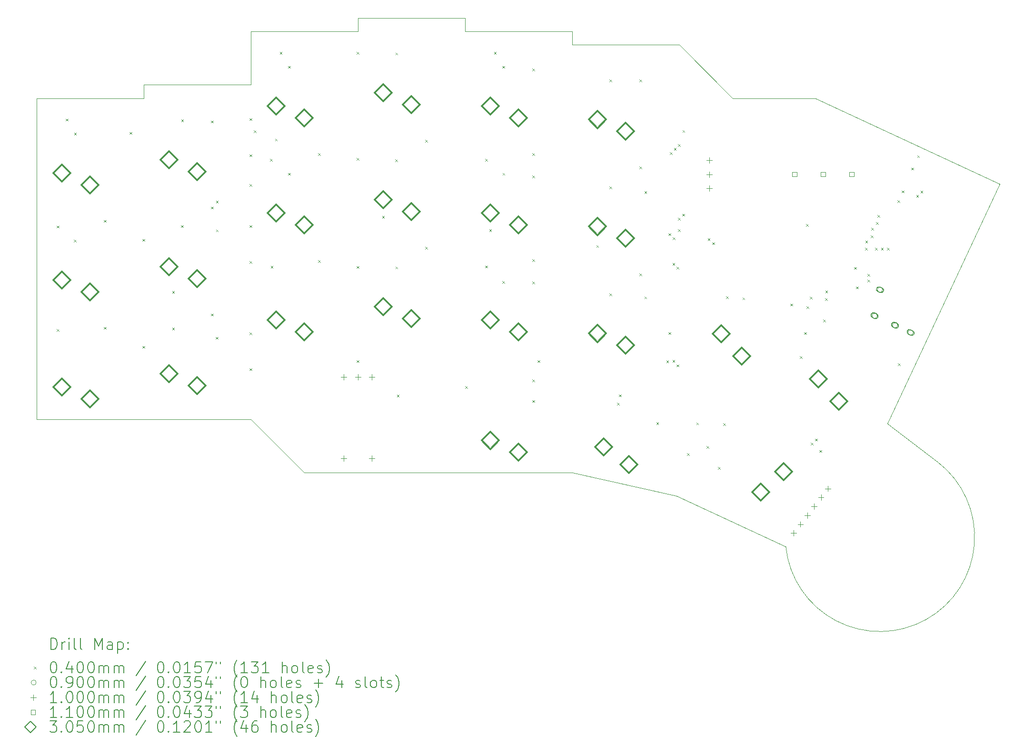
<source format=gbr>
%TF.GenerationSoftware,KiCad,Pcbnew,7.0.5*%
%TF.CreationDate,2024-03-19T12:27:32+08:00*%
%TF.ProjectId,Prime52left,5072696d-6535-4326-9c65-66742e6b6963,rev?*%
%TF.SameCoordinates,Original*%
%TF.FileFunction,Drillmap*%
%TF.FilePolarity,Positive*%
%FSLAX45Y45*%
G04 Gerber Fmt 4.5, Leading zero omitted, Abs format (unit mm)*
G04 Created by KiCad (PCBNEW 7.0.5) date 2024-03-19 12:27:32*
%MOMM*%
%LPD*%
G01*
G04 APERTURE LIST*
%ADD10C,0.100000*%
%ADD11C,0.200000*%
%ADD12C,0.040000*%
%ADD13C,0.090000*%
%ADD14C,0.110000*%
%ADD15C,0.305000*%
G04 APERTURE END LIST*
D10*
X12977000Y-6984500D02*
X12977000Y-6746400D01*
X9167000Y-6508200D02*
X9167000Y-6746400D01*
X3452000Y-13652000D02*
X7262000Y-13652000D01*
X12977000Y-6746400D02*
X11072000Y-6746400D01*
X20580402Y-9461523D02*
X18588940Y-13729871D01*
X5357000Y-7698900D02*
X5357000Y-7937000D01*
X11072000Y-6508200D02*
X9167000Y-6508200D01*
X3452000Y-7937000D02*
X3452000Y-13652000D01*
X16778217Y-15921843D02*
G75*
G03*
X19478407Y-14414120I1675053J171892D01*
G01*
X7262000Y-13652000D02*
X8214500Y-14604500D01*
X14837004Y-15016652D02*
X16778218Y-15921843D01*
X14882000Y-6984500D02*
X12977000Y-6984500D01*
X11072000Y-6746400D02*
X11072000Y-6508200D01*
X14837004Y-15016652D02*
X12977080Y-14604461D01*
X7262000Y-6746400D02*
X7262000Y-7698900D01*
X15834500Y-7937000D02*
X17309972Y-7937000D01*
X14882000Y-6984500D02*
X15834500Y-7937000D01*
X20580298Y-9461618D02*
X17309972Y-7937000D01*
X5357000Y-7937000D02*
X3452000Y-7937000D01*
X12977000Y-14604500D02*
X8214500Y-14604500D01*
X9167000Y-6746400D02*
X7262000Y-6746400D01*
X19478407Y-14414120D02*
X18588940Y-13729871D01*
X7262000Y-7698900D02*
X5357000Y-7698900D01*
D11*
D12*
X3810000Y-10206500D02*
X3850000Y-10246500D01*
X3850000Y-10206500D02*
X3810000Y-10246500D01*
X3811000Y-12048000D02*
X3851000Y-12088000D01*
X3851000Y-12048000D02*
X3811000Y-12088000D01*
X3970000Y-8302000D02*
X4010000Y-8342000D01*
X4010000Y-8302000D02*
X3970000Y-8342000D01*
X4119000Y-10458000D02*
X4159000Y-10498000D01*
X4159000Y-10458000D02*
X4119000Y-10498000D01*
X4120000Y-8553000D02*
X4160000Y-8593000D01*
X4160000Y-8553000D02*
X4120000Y-8593000D01*
X4649000Y-12010000D02*
X4689000Y-12050000D01*
X4689000Y-12010000D02*
X4649000Y-12050000D01*
X4651000Y-10105000D02*
X4691000Y-10145000D01*
X4691000Y-10105000D02*
X4651000Y-10145000D01*
X5105000Y-8539000D02*
X5145000Y-8579000D01*
X5145000Y-8539000D02*
X5105000Y-8579000D01*
X5335000Y-10444000D02*
X5375000Y-10484000D01*
X5375000Y-10444000D02*
X5335000Y-10484000D01*
X5335000Y-12348000D02*
X5375000Y-12388000D01*
X5375000Y-12348000D02*
X5335000Y-12388000D01*
X5864000Y-11372000D02*
X5904000Y-11412000D01*
X5904000Y-11372000D02*
X5864000Y-11412000D01*
X5864000Y-12023000D02*
X5904000Y-12063000D01*
X5904000Y-12023000D02*
X5864000Y-12063000D01*
X6024000Y-10199000D02*
X6064000Y-10239000D01*
X6064000Y-10199000D02*
X6024000Y-10239000D01*
X6025000Y-8314000D02*
X6065000Y-8354000D01*
X6065000Y-8314000D02*
X6025000Y-8354000D01*
X6554000Y-11772000D02*
X6594000Y-11812000D01*
X6594000Y-11772000D02*
X6554000Y-11812000D01*
X6555000Y-8335000D02*
X6595000Y-8375000D01*
X6595000Y-8335000D02*
X6555000Y-8375000D01*
X6555000Y-9867000D02*
X6595000Y-9907000D01*
X6595000Y-9867000D02*
X6555000Y-9907000D01*
X6642000Y-12187000D02*
X6682000Y-12227000D01*
X6682000Y-12187000D02*
X6642000Y-12227000D01*
X6643000Y-9762000D02*
X6683000Y-9802000D01*
X6683000Y-9762000D02*
X6643000Y-9802000D01*
X6643000Y-10274000D02*
X6683000Y-10314000D01*
X6683000Y-10274000D02*
X6643000Y-10314000D01*
X7239000Y-9468000D02*
X7279000Y-9508000D01*
X7279000Y-9468000D02*
X7239000Y-9508000D01*
X7241000Y-12106000D02*
X7281000Y-12146000D01*
X7281000Y-12106000D02*
X7241000Y-12146000D01*
X7241000Y-12746000D02*
X7281000Y-12786000D01*
X7281000Y-12746000D02*
X7241000Y-12786000D01*
X7242000Y-8293000D02*
X7282000Y-8333000D01*
X7282000Y-8293000D02*
X7242000Y-8333000D01*
X7243000Y-8936000D02*
X7283000Y-8976000D01*
X7283000Y-8936000D02*
X7243000Y-8976000D01*
X7243000Y-10198000D02*
X7283000Y-10238000D01*
X7283000Y-10198000D02*
X7243000Y-10238000D01*
X7243000Y-10840000D02*
X7283000Y-10880000D01*
X7283000Y-10840000D02*
X7243000Y-10880000D01*
X7314450Y-8511000D02*
X7354450Y-8551000D01*
X7354450Y-8511000D02*
X7314450Y-8551000D01*
X7606000Y-9015900D02*
X7646000Y-9055900D01*
X7646000Y-9015900D02*
X7606000Y-9055900D01*
X7617000Y-10920900D02*
X7657000Y-10960900D01*
X7657000Y-10920900D02*
X7617000Y-10960900D01*
X7694500Y-8658000D02*
X7734500Y-8698000D01*
X7734500Y-8658000D02*
X7694500Y-8698000D01*
X7779000Y-7111000D02*
X7819000Y-7151000D01*
X7819000Y-7111000D02*
X7779000Y-7151000D01*
X7929000Y-7362000D02*
X7969000Y-7402000D01*
X7969000Y-7362000D02*
X7929000Y-7402000D01*
X7929000Y-9267000D02*
X7969000Y-9307000D01*
X7969000Y-9267000D02*
X7929000Y-9307000D01*
X8459000Y-10820000D02*
X8499000Y-10860000D01*
X8499000Y-10820000D02*
X8459000Y-10860000D01*
X8461000Y-8914000D02*
X8501000Y-8954000D01*
X8501000Y-8914000D02*
X8461000Y-8954000D01*
X9147000Y-7112000D02*
X9187000Y-7152000D01*
X9187000Y-7112000D02*
X9147000Y-7152000D01*
X9147000Y-8999000D02*
X9187000Y-9039000D01*
X9187000Y-8999000D02*
X9147000Y-9039000D01*
X9147000Y-10926000D02*
X9187000Y-10966000D01*
X9187000Y-10926000D02*
X9147000Y-10966000D01*
X9147000Y-12602000D02*
X9187000Y-12642000D01*
X9187000Y-12602000D02*
X9147000Y-12642000D01*
X9599500Y-10033000D02*
X9639500Y-10073000D01*
X9639500Y-10033000D02*
X9599500Y-10073000D01*
X9834000Y-9028000D02*
X9874000Y-9068000D01*
X9874000Y-9028000D02*
X9834000Y-9068000D01*
X9835000Y-7124000D02*
X9875000Y-7164000D01*
X9875000Y-7124000D02*
X9835000Y-7164000D01*
X9835000Y-10934000D02*
X9875000Y-10974000D01*
X9875000Y-10934000D02*
X9835000Y-10974000D01*
X9862000Y-13214000D02*
X9902000Y-13254000D01*
X9902000Y-13214000D02*
X9862000Y-13254000D01*
X10364000Y-10581000D02*
X10404000Y-10621000D01*
X10404000Y-10581000D02*
X10364000Y-10621000D01*
X10365000Y-8677000D02*
X10405000Y-8717000D01*
X10405000Y-8677000D02*
X10365000Y-8717000D01*
X11078000Y-13064000D02*
X11118000Y-13104000D01*
X11118000Y-13064000D02*
X11078000Y-13104000D01*
X11429000Y-10918000D02*
X11469000Y-10958000D01*
X11469000Y-10918000D02*
X11429000Y-10958000D01*
X11431000Y-9015900D02*
X11471000Y-9055900D01*
X11471000Y-9015900D02*
X11431000Y-9055900D01*
X11504500Y-10272000D02*
X11544500Y-10312000D01*
X11544500Y-10272000D02*
X11504500Y-10312000D01*
X11589000Y-7111000D02*
X11629000Y-7151000D01*
X11629000Y-7111000D02*
X11589000Y-7151000D01*
X11739000Y-7362000D02*
X11779000Y-7402000D01*
X11779000Y-7362000D02*
X11739000Y-7402000D01*
X11739000Y-11192000D02*
X11779000Y-11232000D01*
X11779000Y-11192000D02*
X11739000Y-11232000D01*
X11740000Y-9267000D02*
X11780000Y-9307000D01*
X11780000Y-9267000D02*
X11740000Y-9307000D01*
X12268000Y-7410000D02*
X12308000Y-7450000D01*
X12308000Y-7410000D02*
X12268000Y-7450000D01*
X12269000Y-9315000D02*
X12309000Y-9355000D01*
X12309000Y-9315000D02*
X12269000Y-9355000D01*
X12269000Y-13314000D02*
X12309000Y-13354000D01*
X12309000Y-13314000D02*
X12269000Y-13354000D01*
X12270000Y-8914000D02*
X12310000Y-8954000D01*
X12310000Y-8914000D02*
X12270000Y-8954000D01*
X12270000Y-10801000D02*
X12310000Y-10841000D01*
X12310000Y-10801000D02*
X12270000Y-10841000D01*
X12271000Y-11203000D02*
X12311000Y-11243000D01*
X12311000Y-11203000D02*
X12271000Y-11243000D01*
X12271000Y-12943000D02*
X12311000Y-12983000D01*
X12311000Y-12943000D02*
X12271000Y-12983000D01*
X12364000Y-12603000D02*
X12404000Y-12643000D01*
X12404000Y-12603000D02*
X12364000Y-12643000D01*
X13409500Y-10554450D02*
X13449500Y-10594450D01*
X13449500Y-10554450D02*
X13409500Y-10594450D01*
X13643000Y-11413000D02*
X13683000Y-11453000D01*
X13683000Y-11413000D02*
X13643000Y-11453000D01*
X13644000Y-7600000D02*
X13684000Y-7640000D01*
X13684000Y-7600000D02*
X13644000Y-7640000D01*
X13644500Y-9505000D02*
X13684500Y-9545000D01*
X13684500Y-9505000D02*
X13644500Y-9545000D01*
X13778000Y-13360000D02*
X13818000Y-13400000D01*
X13818000Y-13360000D02*
X13778000Y-13400000D01*
X13811000Y-13213000D02*
X13851000Y-13253000D01*
X13851000Y-13213000D02*
X13811000Y-13253000D01*
X14174000Y-9152000D02*
X14214000Y-9192000D01*
X14214000Y-9152000D02*
X14174000Y-9192000D01*
X14175000Y-11059000D02*
X14215000Y-11099000D01*
X14215000Y-11059000D02*
X14175000Y-11099000D01*
X14176000Y-7600000D02*
X14216000Y-7640000D01*
X14216000Y-7600000D02*
X14176000Y-7640000D01*
X14263000Y-9593000D02*
X14303000Y-9633000D01*
X14303000Y-9593000D02*
X14263000Y-9633000D01*
X14263000Y-11469000D02*
X14303000Y-11509000D01*
X14303000Y-11469000D02*
X14263000Y-11509000D01*
X14476000Y-13710000D02*
X14516000Y-13750000D01*
X14516000Y-13710000D02*
X14476000Y-13750000D01*
X14654000Y-12604000D02*
X14694000Y-12644000D01*
X14694000Y-12604000D02*
X14654000Y-12644000D01*
X14692000Y-12102000D02*
X14732000Y-12142000D01*
X14732000Y-12102000D02*
X14692000Y-12142000D01*
X14692550Y-10341931D02*
X14732550Y-10381931D01*
X14732550Y-10341931D02*
X14692550Y-10381931D01*
X14715560Y-8897450D02*
X14755560Y-8937450D01*
X14755560Y-8897450D02*
X14715560Y-8937450D01*
X14764500Y-10868000D02*
X14804500Y-10908000D01*
X14804500Y-10868000D02*
X14764500Y-10908000D01*
X14764500Y-12601000D02*
X14804500Y-12641000D01*
X14804500Y-12601000D02*
X14764500Y-12641000D01*
X14765000Y-10415000D02*
X14805000Y-10455000D01*
X14805000Y-10415000D02*
X14765000Y-10455000D01*
X14788550Y-8825000D02*
X14828550Y-8865000D01*
X14828550Y-8825000D02*
X14788550Y-8865000D01*
X14838000Y-10936000D02*
X14878000Y-10976000D01*
X14878000Y-10936000D02*
X14838000Y-10976000D01*
X14838000Y-12678000D02*
X14878000Y-12718000D01*
X14878000Y-12678000D02*
X14838000Y-12718000D01*
X14861000Y-8752000D02*
X14901000Y-8792000D01*
X14901000Y-8752000D02*
X14861000Y-8792000D01*
X14861000Y-10066000D02*
X14901000Y-10106000D01*
X14901000Y-10066000D02*
X14861000Y-10106000D01*
X14862000Y-10269450D02*
X14902000Y-10309450D01*
X14902000Y-10269450D02*
X14862000Y-10309450D01*
X14940139Y-9995050D02*
X14980139Y-10035050D01*
X14980139Y-9995050D02*
X14940139Y-10035050D01*
X14941000Y-8505000D02*
X14981000Y-8545000D01*
X14981000Y-8505000D02*
X14941000Y-8545000D01*
X15023000Y-14257000D02*
X15063000Y-14297000D01*
X15063000Y-14257000D02*
X15023000Y-14297000D01*
X15187000Y-13711000D02*
X15227000Y-13751000D01*
X15227000Y-13711000D02*
X15187000Y-13751000D01*
X15367000Y-14130918D02*
X15407000Y-14170918D01*
X15407000Y-14130918D02*
X15367000Y-14170918D01*
X15391000Y-10430000D02*
X15431000Y-10470000D01*
X15431000Y-10430000D02*
X15391000Y-10470000D01*
X15468000Y-10503000D02*
X15508000Y-10543000D01*
X15508000Y-10503000D02*
X15468000Y-10543000D01*
X15575144Y-14501144D02*
X15615144Y-14541144D01*
X15615144Y-14501144D02*
X15575144Y-14541144D01*
X15667000Y-13722000D02*
X15707000Y-13762000D01*
X15707000Y-13722000D02*
X15667000Y-13762000D01*
X15718000Y-11465000D02*
X15758000Y-11505000D01*
X15758000Y-11465000D02*
X15718000Y-11505000D01*
X16007000Y-11485000D02*
X16047000Y-11525000D01*
X16047000Y-11485000D02*
X16007000Y-11525000D01*
X16861000Y-11596000D02*
X16901000Y-11636000D01*
X16901000Y-11596000D02*
X16861000Y-11636000D01*
X17026000Y-12531000D02*
X17066000Y-12571000D01*
X17066000Y-12531000D02*
X17026000Y-12571000D01*
X17102000Y-12103000D02*
X17142000Y-12143000D01*
X17142000Y-12103000D02*
X17102000Y-12143000D01*
X17140000Y-10175000D02*
X17180000Y-10215000D01*
X17180000Y-10175000D02*
X17140000Y-10215000D01*
X17147770Y-11640230D02*
X17187770Y-11680230D01*
X17187770Y-11640230D02*
X17147770Y-11680230D01*
X17208500Y-11474500D02*
X17248500Y-11514500D01*
X17248500Y-11474500D02*
X17208500Y-11514500D01*
X17223000Y-14074000D02*
X17263000Y-14114000D01*
X17263000Y-14074000D02*
X17223000Y-14114000D01*
X17299000Y-13999000D02*
X17339000Y-14039000D01*
X17339000Y-13999000D02*
X17299000Y-14039000D01*
X17374500Y-14201500D02*
X17414500Y-14241500D01*
X17414500Y-14201500D02*
X17374500Y-14241500D01*
X17441000Y-11880000D02*
X17481000Y-11920000D01*
X17481000Y-11880000D02*
X17441000Y-11920000D01*
X17480000Y-11497050D02*
X17520000Y-11537050D01*
X17520000Y-11497050D02*
X17480000Y-11537050D01*
X17481000Y-11364000D02*
X17521000Y-11404000D01*
X17521000Y-11364000D02*
X17481000Y-11404000D01*
X17995000Y-10942000D02*
X18035000Y-10982000D01*
X18035000Y-10942000D02*
X17995000Y-10982000D01*
X18027000Y-11291000D02*
X18067000Y-11331000D01*
X18067000Y-11291000D02*
X18027000Y-11331000D01*
X18190000Y-10601000D02*
X18230000Y-10641000D01*
X18230000Y-10601000D02*
X18190000Y-10641000D01*
X18193000Y-10475000D02*
X18233000Y-10515000D01*
X18233000Y-10475000D02*
X18193000Y-10515000D01*
X18230000Y-11066000D02*
X18270000Y-11106000D01*
X18270000Y-11066000D02*
X18230000Y-11106000D01*
X18230000Y-11168000D02*
X18270000Y-11208000D01*
X18270000Y-11168000D02*
X18230000Y-11208000D01*
X18291000Y-10382000D02*
X18331000Y-10422000D01*
X18331000Y-10382000D02*
X18291000Y-10422000D01*
X18299000Y-10246000D02*
X18339000Y-10286000D01*
X18339000Y-10246000D02*
X18299000Y-10286000D01*
X18367000Y-10600000D02*
X18407000Y-10640000D01*
X18407000Y-10600000D02*
X18367000Y-10640000D01*
X18385000Y-10145000D02*
X18425000Y-10185000D01*
X18425000Y-10145000D02*
X18385000Y-10185000D01*
X18406000Y-10017000D02*
X18446000Y-10057000D01*
X18446000Y-10017000D02*
X18406000Y-10057000D01*
X18472000Y-10600000D02*
X18512000Y-10640000D01*
X18512000Y-10600000D02*
X18472000Y-10640000D01*
X18578000Y-10599000D02*
X18618000Y-10639000D01*
X18618000Y-10599000D02*
X18578000Y-10639000D01*
X18766550Y-9751000D02*
X18806550Y-9791000D01*
X18806550Y-9751000D02*
X18766550Y-9791000D01*
X18770000Y-12659000D02*
X18810000Y-12699000D01*
X18810000Y-12659000D02*
X18770000Y-12699000D01*
X18839000Y-9579000D02*
X18879000Y-9619000D01*
X18879000Y-9579000D02*
X18839000Y-9619000D01*
X19012000Y-9173000D02*
X19052000Y-9213000D01*
X19052000Y-9173000D02*
X19012000Y-9213000D01*
X19098000Y-9662000D02*
X19138000Y-9702000D01*
X19138000Y-9662000D02*
X19098000Y-9702000D01*
X19115000Y-8953000D02*
X19155000Y-8993000D01*
X19155000Y-8953000D02*
X19115000Y-8993000D01*
X19174000Y-9581000D02*
X19214000Y-9621000D01*
X19214000Y-9581000D02*
X19174000Y-9621000D01*
D13*
X18404314Y-11810959D02*
G75*
G03*
X18404314Y-11810959I-45000J0D01*
G01*
D11*
X18396458Y-11778628D02*
X18360206Y-11761723D01*
X18360206Y-11761723D02*
G75*
G03*
X18322170Y-11843291I-19018J-40784D01*
G01*
X18322170Y-11843291D02*
X18358423Y-11860195D01*
X18358423Y-11860195D02*
G75*
G03*
X18396458Y-11778628I19018J40784D01*
G01*
D13*
X18499025Y-11347570D02*
G75*
G03*
X18499025Y-11347570I-45000J0D01*
G01*
D11*
X18491169Y-11315238D02*
X18454917Y-11298333D01*
X18454916Y-11298333D02*
G75*
G03*
X18416881Y-11379901I-19018J-40784D01*
G01*
X18416881Y-11379901D02*
X18453133Y-11396806D01*
X18453133Y-11396806D02*
G75*
G03*
X18491169Y-11315238I19018J40784D01*
G01*
D13*
X18766837Y-11980006D02*
G75*
G03*
X18766837Y-11980006I-45000J0D01*
G01*
D11*
X18758981Y-11947675D02*
X18722729Y-11930770D01*
X18722729Y-11930770D02*
G75*
G03*
X18684693Y-12012338I-19018J-40784D01*
G01*
X18684693Y-12012338D02*
X18720946Y-12029243D01*
X18720946Y-12029243D02*
G75*
G03*
X18758981Y-11947675I19018J40784D01*
G01*
D13*
X19043080Y-12108820D02*
G75*
G03*
X19043080Y-12108820I-45000J0D01*
G01*
D11*
X19035224Y-12076489D02*
X18998972Y-12059584D01*
X18998972Y-12059584D02*
G75*
G03*
X18960936Y-12141152I-19018J-40784D01*
G01*
X18960936Y-12141152D02*
X18997188Y-12158057D01*
X18997188Y-12158057D02*
G75*
G03*
X19035224Y-12076489I19018J40784D01*
G01*
D10*
X8917000Y-12852000D02*
X8917000Y-12952000D01*
X8867000Y-12902000D02*
X8967000Y-12902000D01*
X8917000Y-14302000D02*
X8917000Y-14402000D01*
X8867000Y-14352000D02*
X8967000Y-14352000D01*
X9167000Y-12852000D02*
X9167000Y-12952000D01*
X9117000Y-12902000D02*
X9217000Y-12902000D01*
X9417000Y-12852000D02*
X9417000Y-12952000D01*
X9367000Y-12902000D02*
X9467000Y-12902000D01*
X9417000Y-14302000D02*
X9417000Y-14402000D01*
X9367000Y-14352000D02*
X9467000Y-14352000D01*
X15417000Y-8993500D02*
X15417000Y-9093500D01*
X15367000Y-9043500D02*
X15467000Y-9043500D01*
X15417000Y-9243500D02*
X15417000Y-9343500D01*
X15367000Y-9293500D02*
X15467000Y-9293500D01*
X15417000Y-9493500D02*
X15417000Y-9593500D01*
X15367000Y-9543500D02*
X15467000Y-9543500D01*
X16917713Y-15631163D02*
X16917713Y-15731163D01*
X16867713Y-15681163D02*
X16967713Y-15681163D01*
X17039465Y-15472493D02*
X17039465Y-15572493D01*
X16989465Y-15522493D02*
X17089465Y-15522493D01*
X17161217Y-15313822D02*
X17161217Y-15413822D01*
X17111217Y-15363822D02*
X17211217Y-15363822D01*
X17282970Y-15155151D02*
X17282970Y-15255151D01*
X17232970Y-15205151D02*
X17332970Y-15205151D01*
X17404722Y-14996481D02*
X17404722Y-15096481D01*
X17354722Y-15046481D02*
X17454722Y-15046481D01*
X17526474Y-14837810D02*
X17526474Y-14937810D01*
X17476474Y-14887810D02*
X17576474Y-14887810D01*
D14*
X16972891Y-9328391D02*
X16972891Y-9250609D01*
X16895109Y-9250609D01*
X16895109Y-9328391D01*
X16972891Y-9328391D01*
X17480891Y-9328391D02*
X17480891Y-9250609D01*
X17403109Y-9250609D01*
X17403109Y-9328391D01*
X17480891Y-9328391D01*
X17988891Y-9328391D02*
X17988891Y-9250609D01*
X17911109Y-9250609D01*
X17911109Y-9328391D01*
X17988891Y-9328391D01*
D15*
X3904500Y-9422000D02*
X4057000Y-9269500D01*
X3904500Y-9117000D01*
X3752000Y-9269500D01*
X3904500Y-9422000D01*
X3904500Y-11327000D02*
X4057000Y-11174500D01*
X3904500Y-11022000D01*
X3752000Y-11174500D01*
X3904500Y-11327000D01*
X3904500Y-13232000D02*
X4057000Y-13079500D01*
X3904500Y-12927000D01*
X3752000Y-13079500D01*
X3904500Y-13232000D01*
X4404500Y-9632000D02*
X4557000Y-9479500D01*
X4404500Y-9327000D01*
X4252000Y-9479500D01*
X4404500Y-9632000D01*
X4404500Y-11537000D02*
X4557000Y-11384500D01*
X4404500Y-11232000D01*
X4252000Y-11384500D01*
X4404500Y-11537000D01*
X4404500Y-13442000D02*
X4557000Y-13289500D01*
X4404500Y-13137000D01*
X4252000Y-13289500D01*
X4404500Y-13442000D01*
X5809500Y-9183900D02*
X5962000Y-9031400D01*
X5809500Y-8878900D01*
X5657000Y-9031400D01*
X5809500Y-9183900D01*
X5809500Y-11088900D02*
X5962000Y-10936400D01*
X5809500Y-10783900D01*
X5657000Y-10936400D01*
X5809500Y-11088900D01*
X5809500Y-12993900D02*
X5962000Y-12841400D01*
X5809500Y-12688900D01*
X5657000Y-12841400D01*
X5809500Y-12993900D01*
X6309500Y-9393900D02*
X6462000Y-9241400D01*
X6309500Y-9088900D01*
X6157000Y-9241400D01*
X6309500Y-9393900D01*
X6309500Y-11298900D02*
X6462000Y-11146400D01*
X6309500Y-10993900D01*
X6157000Y-11146400D01*
X6309500Y-11298900D01*
X6309500Y-13203900D02*
X6462000Y-13051400D01*
X6309500Y-12898900D01*
X6157000Y-13051400D01*
X6309500Y-13203900D01*
X7714500Y-8231400D02*
X7867000Y-8078900D01*
X7714500Y-7926400D01*
X7562000Y-8078900D01*
X7714500Y-8231400D01*
X7714500Y-10136400D02*
X7867000Y-9983900D01*
X7714500Y-9831400D01*
X7562000Y-9983900D01*
X7714500Y-10136400D01*
X7714500Y-12041400D02*
X7867000Y-11888900D01*
X7714500Y-11736400D01*
X7562000Y-11888900D01*
X7714500Y-12041400D01*
X8214500Y-8441400D02*
X8367000Y-8288900D01*
X8214500Y-8136400D01*
X8062000Y-8288900D01*
X8214500Y-8441400D01*
X8214500Y-10346400D02*
X8367000Y-10193900D01*
X8214500Y-10041400D01*
X8062000Y-10193900D01*
X8214500Y-10346400D01*
X8214500Y-12251400D02*
X8367000Y-12098900D01*
X8214500Y-11946400D01*
X8062000Y-12098900D01*
X8214500Y-12251400D01*
X9619500Y-7993200D02*
X9772000Y-7840700D01*
X9619500Y-7688200D01*
X9467000Y-7840700D01*
X9619500Y-7993200D01*
X9619500Y-9898200D02*
X9772000Y-9745700D01*
X9619500Y-9593200D01*
X9467000Y-9745700D01*
X9619500Y-9898200D01*
X9619500Y-11803200D02*
X9772000Y-11650700D01*
X9619500Y-11498200D01*
X9467000Y-11650700D01*
X9619500Y-11803200D01*
X10119500Y-8203200D02*
X10272000Y-8050700D01*
X10119500Y-7898200D01*
X9967000Y-8050700D01*
X10119500Y-8203200D01*
X10119500Y-10108200D02*
X10272000Y-9955700D01*
X10119500Y-9803200D01*
X9967000Y-9955700D01*
X10119500Y-10108200D01*
X10119500Y-12013200D02*
X10272000Y-11860700D01*
X10119500Y-11708200D01*
X9967000Y-11860700D01*
X10119500Y-12013200D01*
X11524500Y-8231400D02*
X11677000Y-8078900D01*
X11524500Y-7926400D01*
X11372000Y-8078900D01*
X11524500Y-8231400D01*
X11524500Y-10136400D02*
X11677000Y-9983900D01*
X11524500Y-9831400D01*
X11372000Y-9983900D01*
X11524500Y-10136400D01*
X11524500Y-12041400D02*
X11677000Y-11888900D01*
X11524500Y-11736400D01*
X11372000Y-11888900D01*
X11524500Y-12041400D01*
X11524500Y-14184500D02*
X11677000Y-14032000D01*
X11524500Y-13879500D01*
X11372000Y-14032000D01*
X11524500Y-14184500D01*
X12024500Y-8441400D02*
X12177000Y-8288900D01*
X12024500Y-8136400D01*
X11872000Y-8288900D01*
X12024500Y-8441400D01*
X12024500Y-10346400D02*
X12177000Y-10193900D01*
X12024500Y-10041400D01*
X11872000Y-10193900D01*
X12024500Y-10346400D01*
X12024500Y-12251400D02*
X12177000Y-12098900D01*
X12024500Y-11946400D01*
X11872000Y-12098900D01*
X12024500Y-12251400D01*
X12024500Y-14394500D02*
X12177000Y-14242000D01*
X12024500Y-14089500D01*
X11872000Y-14242000D01*
X12024500Y-14394500D01*
X13429500Y-8469500D02*
X13582000Y-8317000D01*
X13429500Y-8164500D01*
X13277000Y-8317000D01*
X13429500Y-8469500D01*
X13429500Y-10374500D02*
X13582000Y-10222000D01*
X13429500Y-10069500D01*
X13277000Y-10222000D01*
X13429500Y-10374500D01*
X13429500Y-12279500D02*
X13582000Y-12127000D01*
X13429500Y-11974500D01*
X13277000Y-12127000D01*
X13429500Y-12279500D01*
X13542719Y-14296000D02*
X13695219Y-14143500D01*
X13542719Y-13991000D01*
X13390219Y-14143500D01*
X13542719Y-14296000D01*
X13929500Y-8679500D02*
X14082000Y-8527000D01*
X13929500Y-8374500D01*
X13777000Y-8527000D01*
X13929500Y-8679500D01*
X13929500Y-10584500D02*
X14082000Y-10432000D01*
X13929500Y-10279500D01*
X13777000Y-10432000D01*
X13929500Y-10584500D01*
X13929500Y-12489500D02*
X14082000Y-12337000D01*
X13929500Y-12184500D01*
X13777000Y-12337000D01*
X13929500Y-12489500D01*
X13985415Y-14609242D02*
X14137915Y-14456742D01*
X13985415Y-14304242D01*
X13832915Y-14456742D01*
X13985415Y-14609242D01*
X15632082Y-12280948D02*
X15784582Y-12128448D01*
X15632082Y-11975948D01*
X15479582Y-12128448D01*
X15632082Y-12280948D01*
X15996486Y-12682582D02*
X16148986Y-12530082D01*
X15996486Y-12377582D01*
X15843986Y-12530082D01*
X15996486Y-12682582D01*
X16336428Y-15106479D02*
X16488928Y-14953979D01*
X16336428Y-14801479D01*
X16183928Y-14953979D01*
X16336428Y-15106479D01*
X16738062Y-14742075D02*
X16890562Y-14589575D01*
X16738062Y-14437075D01*
X16585562Y-14589575D01*
X16738062Y-14742075D01*
X17358582Y-13086048D02*
X17511082Y-12933548D01*
X17358582Y-12781048D01*
X17206082Y-12933548D01*
X17358582Y-13086048D01*
X17722986Y-13487682D02*
X17875486Y-13335182D01*
X17722986Y-13182682D01*
X17570486Y-13335182D01*
X17722986Y-13487682D01*
D11*
X3707777Y-17750285D02*
X3707777Y-17550285D01*
X3707777Y-17550285D02*
X3755396Y-17550285D01*
X3755396Y-17550285D02*
X3783967Y-17559808D01*
X3783967Y-17559808D02*
X3803015Y-17578856D01*
X3803015Y-17578856D02*
X3812539Y-17597904D01*
X3812539Y-17597904D02*
X3822062Y-17635999D01*
X3822062Y-17635999D02*
X3822062Y-17664570D01*
X3822062Y-17664570D02*
X3812539Y-17702665D01*
X3812539Y-17702665D02*
X3803015Y-17721713D01*
X3803015Y-17721713D02*
X3783967Y-17740761D01*
X3783967Y-17740761D02*
X3755396Y-17750285D01*
X3755396Y-17750285D02*
X3707777Y-17750285D01*
X3907777Y-17750285D02*
X3907777Y-17616951D01*
X3907777Y-17655046D02*
X3917301Y-17635999D01*
X3917301Y-17635999D02*
X3926824Y-17626475D01*
X3926824Y-17626475D02*
X3945872Y-17616951D01*
X3945872Y-17616951D02*
X3964920Y-17616951D01*
X4031586Y-17750285D02*
X4031586Y-17616951D01*
X4031586Y-17550285D02*
X4022062Y-17559808D01*
X4022062Y-17559808D02*
X4031586Y-17569332D01*
X4031586Y-17569332D02*
X4041110Y-17559808D01*
X4041110Y-17559808D02*
X4031586Y-17550285D01*
X4031586Y-17550285D02*
X4031586Y-17569332D01*
X4155396Y-17750285D02*
X4136348Y-17740761D01*
X4136348Y-17740761D02*
X4126824Y-17721713D01*
X4126824Y-17721713D02*
X4126824Y-17550285D01*
X4260158Y-17750285D02*
X4241110Y-17740761D01*
X4241110Y-17740761D02*
X4231586Y-17721713D01*
X4231586Y-17721713D02*
X4231586Y-17550285D01*
X4488729Y-17750285D02*
X4488729Y-17550285D01*
X4488729Y-17550285D02*
X4555396Y-17693142D01*
X4555396Y-17693142D02*
X4622063Y-17550285D01*
X4622063Y-17550285D02*
X4622063Y-17750285D01*
X4803015Y-17750285D02*
X4803015Y-17645523D01*
X4803015Y-17645523D02*
X4793491Y-17626475D01*
X4793491Y-17626475D02*
X4774444Y-17616951D01*
X4774444Y-17616951D02*
X4736348Y-17616951D01*
X4736348Y-17616951D02*
X4717301Y-17626475D01*
X4803015Y-17740761D02*
X4783967Y-17750285D01*
X4783967Y-17750285D02*
X4736348Y-17750285D01*
X4736348Y-17750285D02*
X4717301Y-17740761D01*
X4717301Y-17740761D02*
X4707777Y-17721713D01*
X4707777Y-17721713D02*
X4707777Y-17702665D01*
X4707777Y-17702665D02*
X4717301Y-17683618D01*
X4717301Y-17683618D02*
X4736348Y-17674094D01*
X4736348Y-17674094D02*
X4783967Y-17674094D01*
X4783967Y-17674094D02*
X4803015Y-17664570D01*
X4898253Y-17616951D02*
X4898253Y-17816951D01*
X4898253Y-17626475D02*
X4917301Y-17616951D01*
X4917301Y-17616951D02*
X4955396Y-17616951D01*
X4955396Y-17616951D02*
X4974444Y-17626475D01*
X4974444Y-17626475D02*
X4983967Y-17635999D01*
X4983967Y-17635999D02*
X4993491Y-17655046D01*
X4993491Y-17655046D02*
X4993491Y-17712189D01*
X4993491Y-17712189D02*
X4983967Y-17731237D01*
X4983967Y-17731237D02*
X4974444Y-17740761D01*
X4974444Y-17740761D02*
X4955396Y-17750285D01*
X4955396Y-17750285D02*
X4917301Y-17750285D01*
X4917301Y-17750285D02*
X4898253Y-17740761D01*
X5079205Y-17731237D02*
X5088729Y-17740761D01*
X5088729Y-17740761D02*
X5079205Y-17750285D01*
X5079205Y-17750285D02*
X5069682Y-17740761D01*
X5069682Y-17740761D02*
X5079205Y-17731237D01*
X5079205Y-17731237D02*
X5079205Y-17750285D01*
X5079205Y-17626475D02*
X5088729Y-17635999D01*
X5088729Y-17635999D02*
X5079205Y-17645523D01*
X5079205Y-17645523D02*
X5069682Y-17635999D01*
X5069682Y-17635999D02*
X5079205Y-17626475D01*
X5079205Y-17626475D02*
X5079205Y-17645523D01*
D12*
X3407000Y-18058801D02*
X3447000Y-18098801D01*
X3447000Y-18058801D02*
X3407000Y-18098801D01*
D11*
X3745872Y-17970285D02*
X3764920Y-17970285D01*
X3764920Y-17970285D02*
X3783967Y-17979808D01*
X3783967Y-17979808D02*
X3793491Y-17989332D01*
X3793491Y-17989332D02*
X3803015Y-18008380D01*
X3803015Y-18008380D02*
X3812539Y-18046475D01*
X3812539Y-18046475D02*
X3812539Y-18094094D01*
X3812539Y-18094094D02*
X3803015Y-18132189D01*
X3803015Y-18132189D02*
X3793491Y-18151237D01*
X3793491Y-18151237D02*
X3783967Y-18160761D01*
X3783967Y-18160761D02*
X3764920Y-18170285D01*
X3764920Y-18170285D02*
X3745872Y-18170285D01*
X3745872Y-18170285D02*
X3726824Y-18160761D01*
X3726824Y-18160761D02*
X3717301Y-18151237D01*
X3717301Y-18151237D02*
X3707777Y-18132189D01*
X3707777Y-18132189D02*
X3698253Y-18094094D01*
X3698253Y-18094094D02*
X3698253Y-18046475D01*
X3698253Y-18046475D02*
X3707777Y-18008380D01*
X3707777Y-18008380D02*
X3717301Y-17989332D01*
X3717301Y-17989332D02*
X3726824Y-17979808D01*
X3726824Y-17979808D02*
X3745872Y-17970285D01*
X3898253Y-18151237D02*
X3907777Y-18160761D01*
X3907777Y-18160761D02*
X3898253Y-18170285D01*
X3898253Y-18170285D02*
X3888729Y-18160761D01*
X3888729Y-18160761D02*
X3898253Y-18151237D01*
X3898253Y-18151237D02*
X3898253Y-18170285D01*
X4079205Y-18036951D02*
X4079205Y-18170285D01*
X4031586Y-17960761D02*
X3983967Y-18103618D01*
X3983967Y-18103618D02*
X4107777Y-18103618D01*
X4222063Y-17970285D02*
X4241110Y-17970285D01*
X4241110Y-17970285D02*
X4260158Y-17979808D01*
X4260158Y-17979808D02*
X4269682Y-17989332D01*
X4269682Y-17989332D02*
X4279205Y-18008380D01*
X4279205Y-18008380D02*
X4288729Y-18046475D01*
X4288729Y-18046475D02*
X4288729Y-18094094D01*
X4288729Y-18094094D02*
X4279205Y-18132189D01*
X4279205Y-18132189D02*
X4269682Y-18151237D01*
X4269682Y-18151237D02*
X4260158Y-18160761D01*
X4260158Y-18160761D02*
X4241110Y-18170285D01*
X4241110Y-18170285D02*
X4222063Y-18170285D01*
X4222063Y-18170285D02*
X4203015Y-18160761D01*
X4203015Y-18160761D02*
X4193491Y-18151237D01*
X4193491Y-18151237D02*
X4183967Y-18132189D01*
X4183967Y-18132189D02*
X4174443Y-18094094D01*
X4174443Y-18094094D02*
X4174443Y-18046475D01*
X4174443Y-18046475D02*
X4183967Y-18008380D01*
X4183967Y-18008380D02*
X4193491Y-17989332D01*
X4193491Y-17989332D02*
X4203015Y-17979808D01*
X4203015Y-17979808D02*
X4222063Y-17970285D01*
X4412539Y-17970285D02*
X4431586Y-17970285D01*
X4431586Y-17970285D02*
X4450634Y-17979808D01*
X4450634Y-17979808D02*
X4460158Y-17989332D01*
X4460158Y-17989332D02*
X4469682Y-18008380D01*
X4469682Y-18008380D02*
X4479205Y-18046475D01*
X4479205Y-18046475D02*
X4479205Y-18094094D01*
X4479205Y-18094094D02*
X4469682Y-18132189D01*
X4469682Y-18132189D02*
X4460158Y-18151237D01*
X4460158Y-18151237D02*
X4450634Y-18160761D01*
X4450634Y-18160761D02*
X4431586Y-18170285D01*
X4431586Y-18170285D02*
X4412539Y-18170285D01*
X4412539Y-18170285D02*
X4393491Y-18160761D01*
X4393491Y-18160761D02*
X4383967Y-18151237D01*
X4383967Y-18151237D02*
X4374444Y-18132189D01*
X4374444Y-18132189D02*
X4364920Y-18094094D01*
X4364920Y-18094094D02*
X4364920Y-18046475D01*
X4364920Y-18046475D02*
X4374444Y-18008380D01*
X4374444Y-18008380D02*
X4383967Y-17989332D01*
X4383967Y-17989332D02*
X4393491Y-17979808D01*
X4393491Y-17979808D02*
X4412539Y-17970285D01*
X4564920Y-18170285D02*
X4564920Y-18036951D01*
X4564920Y-18055999D02*
X4574444Y-18046475D01*
X4574444Y-18046475D02*
X4593491Y-18036951D01*
X4593491Y-18036951D02*
X4622063Y-18036951D01*
X4622063Y-18036951D02*
X4641110Y-18046475D01*
X4641110Y-18046475D02*
X4650634Y-18065523D01*
X4650634Y-18065523D02*
X4650634Y-18170285D01*
X4650634Y-18065523D02*
X4660158Y-18046475D01*
X4660158Y-18046475D02*
X4679205Y-18036951D01*
X4679205Y-18036951D02*
X4707777Y-18036951D01*
X4707777Y-18036951D02*
X4726825Y-18046475D01*
X4726825Y-18046475D02*
X4736348Y-18065523D01*
X4736348Y-18065523D02*
X4736348Y-18170285D01*
X4831586Y-18170285D02*
X4831586Y-18036951D01*
X4831586Y-18055999D02*
X4841110Y-18046475D01*
X4841110Y-18046475D02*
X4860158Y-18036951D01*
X4860158Y-18036951D02*
X4888729Y-18036951D01*
X4888729Y-18036951D02*
X4907777Y-18046475D01*
X4907777Y-18046475D02*
X4917301Y-18065523D01*
X4917301Y-18065523D02*
X4917301Y-18170285D01*
X4917301Y-18065523D02*
X4926825Y-18046475D01*
X4926825Y-18046475D02*
X4945872Y-18036951D01*
X4945872Y-18036951D02*
X4974444Y-18036951D01*
X4974444Y-18036951D02*
X4993491Y-18046475D01*
X4993491Y-18046475D02*
X5003015Y-18065523D01*
X5003015Y-18065523D02*
X5003015Y-18170285D01*
X5393491Y-17960761D02*
X5222063Y-18217904D01*
X5650634Y-17970285D02*
X5669682Y-17970285D01*
X5669682Y-17970285D02*
X5688729Y-17979808D01*
X5688729Y-17979808D02*
X5698253Y-17989332D01*
X5698253Y-17989332D02*
X5707777Y-18008380D01*
X5707777Y-18008380D02*
X5717301Y-18046475D01*
X5717301Y-18046475D02*
X5717301Y-18094094D01*
X5717301Y-18094094D02*
X5707777Y-18132189D01*
X5707777Y-18132189D02*
X5698253Y-18151237D01*
X5698253Y-18151237D02*
X5688729Y-18160761D01*
X5688729Y-18160761D02*
X5669682Y-18170285D01*
X5669682Y-18170285D02*
X5650634Y-18170285D01*
X5650634Y-18170285D02*
X5631586Y-18160761D01*
X5631586Y-18160761D02*
X5622063Y-18151237D01*
X5622063Y-18151237D02*
X5612539Y-18132189D01*
X5612539Y-18132189D02*
X5603015Y-18094094D01*
X5603015Y-18094094D02*
X5603015Y-18046475D01*
X5603015Y-18046475D02*
X5612539Y-18008380D01*
X5612539Y-18008380D02*
X5622063Y-17989332D01*
X5622063Y-17989332D02*
X5631586Y-17979808D01*
X5631586Y-17979808D02*
X5650634Y-17970285D01*
X5803015Y-18151237D02*
X5812539Y-18160761D01*
X5812539Y-18160761D02*
X5803015Y-18170285D01*
X5803015Y-18170285D02*
X5793491Y-18160761D01*
X5793491Y-18160761D02*
X5803015Y-18151237D01*
X5803015Y-18151237D02*
X5803015Y-18170285D01*
X5936348Y-17970285D02*
X5955396Y-17970285D01*
X5955396Y-17970285D02*
X5974444Y-17979808D01*
X5974444Y-17979808D02*
X5983967Y-17989332D01*
X5983967Y-17989332D02*
X5993491Y-18008380D01*
X5993491Y-18008380D02*
X6003015Y-18046475D01*
X6003015Y-18046475D02*
X6003015Y-18094094D01*
X6003015Y-18094094D02*
X5993491Y-18132189D01*
X5993491Y-18132189D02*
X5983967Y-18151237D01*
X5983967Y-18151237D02*
X5974444Y-18160761D01*
X5974444Y-18160761D02*
X5955396Y-18170285D01*
X5955396Y-18170285D02*
X5936348Y-18170285D01*
X5936348Y-18170285D02*
X5917301Y-18160761D01*
X5917301Y-18160761D02*
X5907777Y-18151237D01*
X5907777Y-18151237D02*
X5898253Y-18132189D01*
X5898253Y-18132189D02*
X5888729Y-18094094D01*
X5888729Y-18094094D02*
X5888729Y-18046475D01*
X5888729Y-18046475D02*
X5898253Y-18008380D01*
X5898253Y-18008380D02*
X5907777Y-17989332D01*
X5907777Y-17989332D02*
X5917301Y-17979808D01*
X5917301Y-17979808D02*
X5936348Y-17970285D01*
X6193491Y-18170285D02*
X6079206Y-18170285D01*
X6136348Y-18170285D02*
X6136348Y-17970285D01*
X6136348Y-17970285D02*
X6117301Y-17998856D01*
X6117301Y-17998856D02*
X6098253Y-18017904D01*
X6098253Y-18017904D02*
X6079206Y-18027427D01*
X6374444Y-17970285D02*
X6279206Y-17970285D01*
X6279206Y-17970285D02*
X6269682Y-18065523D01*
X6269682Y-18065523D02*
X6279206Y-18055999D01*
X6279206Y-18055999D02*
X6298253Y-18046475D01*
X6298253Y-18046475D02*
X6345872Y-18046475D01*
X6345872Y-18046475D02*
X6364920Y-18055999D01*
X6364920Y-18055999D02*
X6374444Y-18065523D01*
X6374444Y-18065523D02*
X6383967Y-18084570D01*
X6383967Y-18084570D02*
X6383967Y-18132189D01*
X6383967Y-18132189D02*
X6374444Y-18151237D01*
X6374444Y-18151237D02*
X6364920Y-18160761D01*
X6364920Y-18160761D02*
X6345872Y-18170285D01*
X6345872Y-18170285D02*
X6298253Y-18170285D01*
X6298253Y-18170285D02*
X6279206Y-18160761D01*
X6279206Y-18160761D02*
X6269682Y-18151237D01*
X6450634Y-17970285D02*
X6583967Y-17970285D01*
X6583967Y-17970285D02*
X6498253Y-18170285D01*
X6650634Y-17970285D02*
X6650634Y-18008380D01*
X6726825Y-17970285D02*
X6726825Y-18008380D01*
X7022063Y-18246475D02*
X7012539Y-18236951D01*
X7012539Y-18236951D02*
X6993491Y-18208380D01*
X6993491Y-18208380D02*
X6983968Y-18189332D01*
X6983968Y-18189332D02*
X6974444Y-18160761D01*
X6974444Y-18160761D02*
X6964920Y-18113142D01*
X6964920Y-18113142D02*
X6964920Y-18075046D01*
X6964920Y-18075046D02*
X6974444Y-18027427D01*
X6974444Y-18027427D02*
X6983968Y-17998856D01*
X6983968Y-17998856D02*
X6993491Y-17979808D01*
X6993491Y-17979808D02*
X7012539Y-17951237D01*
X7012539Y-17951237D02*
X7022063Y-17941713D01*
X7203015Y-18170285D02*
X7088729Y-18170285D01*
X7145872Y-18170285D02*
X7145872Y-17970285D01*
X7145872Y-17970285D02*
X7126825Y-17998856D01*
X7126825Y-17998856D02*
X7107777Y-18017904D01*
X7107777Y-18017904D02*
X7088729Y-18027427D01*
X7269682Y-17970285D02*
X7393491Y-17970285D01*
X7393491Y-17970285D02*
X7326825Y-18046475D01*
X7326825Y-18046475D02*
X7355396Y-18046475D01*
X7355396Y-18046475D02*
X7374444Y-18055999D01*
X7374444Y-18055999D02*
X7383968Y-18065523D01*
X7383968Y-18065523D02*
X7393491Y-18084570D01*
X7393491Y-18084570D02*
X7393491Y-18132189D01*
X7393491Y-18132189D02*
X7383968Y-18151237D01*
X7383968Y-18151237D02*
X7374444Y-18160761D01*
X7374444Y-18160761D02*
X7355396Y-18170285D01*
X7355396Y-18170285D02*
X7298253Y-18170285D01*
X7298253Y-18170285D02*
X7279206Y-18160761D01*
X7279206Y-18160761D02*
X7269682Y-18151237D01*
X7583968Y-18170285D02*
X7469682Y-18170285D01*
X7526825Y-18170285D02*
X7526825Y-17970285D01*
X7526825Y-17970285D02*
X7507777Y-17998856D01*
X7507777Y-17998856D02*
X7488729Y-18017904D01*
X7488729Y-18017904D02*
X7469682Y-18027427D01*
X7822063Y-18170285D02*
X7822063Y-17970285D01*
X7907777Y-18170285D02*
X7907777Y-18065523D01*
X7907777Y-18065523D02*
X7898253Y-18046475D01*
X7898253Y-18046475D02*
X7879206Y-18036951D01*
X7879206Y-18036951D02*
X7850634Y-18036951D01*
X7850634Y-18036951D02*
X7831587Y-18046475D01*
X7831587Y-18046475D02*
X7822063Y-18055999D01*
X8031587Y-18170285D02*
X8012539Y-18160761D01*
X8012539Y-18160761D02*
X8003015Y-18151237D01*
X8003015Y-18151237D02*
X7993491Y-18132189D01*
X7993491Y-18132189D02*
X7993491Y-18075046D01*
X7993491Y-18075046D02*
X8003015Y-18055999D01*
X8003015Y-18055999D02*
X8012539Y-18046475D01*
X8012539Y-18046475D02*
X8031587Y-18036951D01*
X8031587Y-18036951D02*
X8060158Y-18036951D01*
X8060158Y-18036951D02*
X8079206Y-18046475D01*
X8079206Y-18046475D02*
X8088730Y-18055999D01*
X8088730Y-18055999D02*
X8098253Y-18075046D01*
X8098253Y-18075046D02*
X8098253Y-18132189D01*
X8098253Y-18132189D02*
X8088730Y-18151237D01*
X8088730Y-18151237D02*
X8079206Y-18160761D01*
X8079206Y-18160761D02*
X8060158Y-18170285D01*
X8060158Y-18170285D02*
X8031587Y-18170285D01*
X8212539Y-18170285D02*
X8193491Y-18160761D01*
X8193491Y-18160761D02*
X8183968Y-18141713D01*
X8183968Y-18141713D02*
X8183968Y-17970285D01*
X8364920Y-18160761D02*
X8345872Y-18170285D01*
X8345872Y-18170285D02*
X8307777Y-18170285D01*
X8307777Y-18170285D02*
X8288730Y-18160761D01*
X8288730Y-18160761D02*
X8279206Y-18141713D01*
X8279206Y-18141713D02*
X8279206Y-18065523D01*
X8279206Y-18065523D02*
X8288730Y-18046475D01*
X8288730Y-18046475D02*
X8307777Y-18036951D01*
X8307777Y-18036951D02*
X8345872Y-18036951D01*
X8345872Y-18036951D02*
X8364920Y-18046475D01*
X8364920Y-18046475D02*
X8374444Y-18065523D01*
X8374444Y-18065523D02*
X8374444Y-18084570D01*
X8374444Y-18084570D02*
X8279206Y-18103618D01*
X8450634Y-18160761D02*
X8469682Y-18170285D01*
X8469682Y-18170285D02*
X8507777Y-18170285D01*
X8507777Y-18170285D02*
X8526825Y-18160761D01*
X8526825Y-18160761D02*
X8536349Y-18141713D01*
X8536349Y-18141713D02*
X8536349Y-18132189D01*
X8536349Y-18132189D02*
X8526825Y-18113142D01*
X8526825Y-18113142D02*
X8507777Y-18103618D01*
X8507777Y-18103618D02*
X8479206Y-18103618D01*
X8479206Y-18103618D02*
X8460158Y-18094094D01*
X8460158Y-18094094D02*
X8450634Y-18075046D01*
X8450634Y-18075046D02*
X8450634Y-18065523D01*
X8450634Y-18065523D02*
X8460158Y-18046475D01*
X8460158Y-18046475D02*
X8479206Y-18036951D01*
X8479206Y-18036951D02*
X8507777Y-18036951D01*
X8507777Y-18036951D02*
X8526825Y-18046475D01*
X8603015Y-18246475D02*
X8612539Y-18236951D01*
X8612539Y-18236951D02*
X8631587Y-18208380D01*
X8631587Y-18208380D02*
X8641111Y-18189332D01*
X8641111Y-18189332D02*
X8650634Y-18160761D01*
X8650634Y-18160761D02*
X8660158Y-18113142D01*
X8660158Y-18113142D02*
X8660158Y-18075046D01*
X8660158Y-18075046D02*
X8650634Y-18027427D01*
X8650634Y-18027427D02*
X8641111Y-17998856D01*
X8641111Y-17998856D02*
X8631587Y-17979808D01*
X8631587Y-17979808D02*
X8612539Y-17951237D01*
X8612539Y-17951237D02*
X8603015Y-17941713D01*
D13*
X3447000Y-18342801D02*
G75*
G03*
X3447000Y-18342801I-45000J0D01*
G01*
D11*
X3745872Y-18234285D02*
X3764920Y-18234285D01*
X3764920Y-18234285D02*
X3783967Y-18243808D01*
X3783967Y-18243808D02*
X3793491Y-18253332D01*
X3793491Y-18253332D02*
X3803015Y-18272380D01*
X3803015Y-18272380D02*
X3812539Y-18310475D01*
X3812539Y-18310475D02*
X3812539Y-18358094D01*
X3812539Y-18358094D02*
X3803015Y-18396189D01*
X3803015Y-18396189D02*
X3793491Y-18415237D01*
X3793491Y-18415237D02*
X3783967Y-18424761D01*
X3783967Y-18424761D02*
X3764920Y-18434285D01*
X3764920Y-18434285D02*
X3745872Y-18434285D01*
X3745872Y-18434285D02*
X3726824Y-18424761D01*
X3726824Y-18424761D02*
X3717301Y-18415237D01*
X3717301Y-18415237D02*
X3707777Y-18396189D01*
X3707777Y-18396189D02*
X3698253Y-18358094D01*
X3698253Y-18358094D02*
X3698253Y-18310475D01*
X3698253Y-18310475D02*
X3707777Y-18272380D01*
X3707777Y-18272380D02*
X3717301Y-18253332D01*
X3717301Y-18253332D02*
X3726824Y-18243808D01*
X3726824Y-18243808D02*
X3745872Y-18234285D01*
X3898253Y-18415237D02*
X3907777Y-18424761D01*
X3907777Y-18424761D02*
X3898253Y-18434285D01*
X3898253Y-18434285D02*
X3888729Y-18424761D01*
X3888729Y-18424761D02*
X3898253Y-18415237D01*
X3898253Y-18415237D02*
X3898253Y-18434285D01*
X4003015Y-18434285D02*
X4041110Y-18434285D01*
X4041110Y-18434285D02*
X4060158Y-18424761D01*
X4060158Y-18424761D02*
X4069682Y-18415237D01*
X4069682Y-18415237D02*
X4088729Y-18386665D01*
X4088729Y-18386665D02*
X4098253Y-18348570D01*
X4098253Y-18348570D02*
X4098253Y-18272380D01*
X4098253Y-18272380D02*
X4088729Y-18253332D01*
X4088729Y-18253332D02*
X4079205Y-18243808D01*
X4079205Y-18243808D02*
X4060158Y-18234285D01*
X4060158Y-18234285D02*
X4022062Y-18234285D01*
X4022062Y-18234285D02*
X4003015Y-18243808D01*
X4003015Y-18243808D02*
X3993491Y-18253332D01*
X3993491Y-18253332D02*
X3983967Y-18272380D01*
X3983967Y-18272380D02*
X3983967Y-18319999D01*
X3983967Y-18319999D02*
X3993491Y-18339046D01*
X3993491Y-18339046D02*
X4003015Y-18348570D01*
X4003015Y-18348570D02*
X4022062Y-18358094D01*
X4022062Y-18358094D02*
X4060158Y-18358094D01*
X4060158Y-18358094D02*
X4079205Y-18348570D01*
X4079205Y-18348570D02*
X4088729Y-18339046D01*
X4088729Y-18339046D02*
X4098253Y-18319999D01*
X4222063Y-18234285D02*
X4241110Y-18234285D01*
X4241110Y-18234285D02*
X4260158Y-18243808D01*
X4260158Y-18243808D02*
X4269682Y-18253332D01*
X4269682Y-18253332D02*
X4279205Y-18272380D01*
X4279205Y-18272380D02*
X4288729Y-18310475D01*
X4288729Y-18310475D02*
X4288729Y-18358094D01*
X4288729Y-18358094D02*
X4279205Y-18396189D01*
X4279205Y-18396189D02*
X4269682Y-18415237D01*
X4269682Y-18415237D02*
X4260158Y-18424761D01*
X4260158Y-18424761D02*
X4241110Y-18434285D01*
X4241110Y-18434285D02*
X4222063Y-18434285D01*
X4222063Y-18434285D02*
X4203015Y-18424761D01*
X4203015Y-18424761D02*
X4193491Y-18415237D01*
X4193491Y-18415237D02*
X4183967Y-18396189D01*
X4183967Y-18396189D02*
X4174443Y-18358094D01*
X4174443Y-18358094D02*
X4174443Y-18310475D01*
X4174443Y-18310475D02*
X4183967Y-18272380D01*
X4183967Y-18272380D02*
X4193491Y-18253332D01*
X4193491Y-18253332D02*
X4203015Y-18243808D01*
X4203015Y-18243808D02*
X4222063Y-18234285D01*
X4412539Y-18234285D02*
X4431586Y-18234285D01*
X4431586Y-18234285D02*
X4450634Y-18243808D01*
X4450634Y-18243808D02*
X4460158Y-18253332D01*
X4460158Y-18253332D02*
X4469682Y-18272380D01*
X4469682Y-18272380D02*
X4479205Y-18310475D01*
X4479205Y-18310475D02*
X4479205Y-18358094D01*
X4479205Y-18358094D02*
X4469682Y-18396189D01*
X4469682Y-18396189D02*
X4460158Y-18415237D01*
X4460158Y-18415237D02*
X4450634Y-18424761D01*
X4450634Y-18424761D02*
X4431586Y-18434285D01*
X4431586Y-18434285D02*
X4412539Y-18434285D01*
X4412539Y-18434285D02*
X4393491Y-18424761D01*
X4393491Y-18424761D02*
X4383967Y-18415237D01*
X4383967Y-18415237D02*
X4374444Y-18396189D01*
X4374444Y-18396189D02*
X4364920Y-18358094D01*
X4364920Y-18358094D02*
X4364920Y-18310475D01*
X4364920Y-18310475D02*
X4374444Y-18272380D01*
X4374444Y-18272380D02*
X4383967Y-18253332D01*
X4383967Y-18253332D02*
X4393491Y-18243808D01*
X4393491Y-18243808D02*
X4412539Y-18234285D01*
X4564920Y-18434285D02*
X4564920Y-18300951D01*
X4564920Y-18319999D02*
X4574444Y-18310475D01*
X4574444Y-18310475D02*
X4593491Y-18300951D01*
X4593491Y-18300951D02*
X4622063Y-18300951D01*
X4622063Y-18300951D02*
X4641110Y-18310475D01*
X4641110Y-18310475D02*
X4650634Y-18329523D01*
X4650634Y-18329523D02*
X4650634Y-18434285D01*
X4650634Y-18329523D02*
X4660158Y-18310475D01*
X4660158Y-18310475D02*
X4679205Y-18300951D01*
X4679205Y-18300951D02*
X4707777Y-18300951D01*
X4707777Y-18300951D02*
X4726825Y-18310475D01*
X4726825Y-18310475D02*
X4736348Y-18329523D01*
X4736348Y-18329523D02*
X4736348Y-18434285D01*
X4831586Y-18434285D02*
X4831586Y-18300951D01*
X4831586Y-18319999D02*
X4841110Y-18310475D01*
X4841110Y-18310475D02*
X4860158Y-18300951D01*
X4860158Y-18300951D02*
X4888729Y-18300951D01*
X4888729Y-18300951D02*
X4907777Y-18310475D01*
X4907777Y-18310475D02*
X4917301Y-18329523D01*
X4917301Y-18329523D02*
X4917301Y-18434285D01*
X4917301Y-18329523D02*
X4926825Y-18310475D01*
X4926825Y-18310475D02*
X4945872Y-18300951D01*
X4945872Y-18300951D02*
X4974444Y-18300951D01*
X4974444Y-18300951D02*
X4993491Y-18310475D01*
X4993491Y-18310475D02*
X5003015Y-18329523D01*
X5003015Y-18329523D02*
X5003015Y-18434285D01*
X5393491Y-18224761D02*
X5222063Y-18481904D01*
X5650634Y-18234285D02*
X5669682Y-18234285D01*
X5669682Y-18234285D02*
X5688729Y-18243808D01*
X5688729Y-18243808D02*
X5698253Y-18253332D01*
X5698253Y-18253332D02*
X5707777Y-18272380D01*
X5707777Y-18272380D02*
X5717301Y-18310475D01*
X5717301Y-18310475D02*
X5717301Y-18358094D01*
X5717301Y-18358094D02*
X5707777Y-18396189D01*
X5707777Y-18396189D02*
X5698253Y-18415237D01*
X5698253Y-18415237D02*
X5688729Y-18424761D01*
X5688729Y-18424761D02*
X5669682Y-18434285D01*
X5669682Y-18434285D02*
X5650634Y-18434285D01*
X5650634Y-18434285D02*
X5631586Y-18424761D01*
X5631586Y-18424761D02*
X5622063Y-18415237D01*
X5622063Y-18415237D02*
X5612539Y-18396189D01*
X5612539Y-18396189D02*
X5603015Y-18358094D01*
X5603015Y-18358094D02*
X5603015Y-18310475D01*
X5603015Y-18310475D02*
X5612539Y-18272380D01*
X5612539Y-18272380D02*
X5622063Y-18253332D01*
X5622063Y-18253332D02*
X5631586Y-18243808D01*
X5631586Y-18243808D02*
X5650634Y-18234285D01*
X5803015Y-18415237D02*
X5812539Y-18424761D01*
X5812539Y-18424761D02*
X5803015Y-18434285D01*
X5803015Y-18434285D02*
X5793491Y-18424761D01*
X5793491Y-18424761D02*
X5803015Y-18415237D01*
X5803015Y-18415237D02*
X5803015Y-18434285D01*
X5936348Y-18234285D02*
X5955396Y-18234285D01*
X5955396Y-18234285D02*
X5974444Y-18243808D01*
X5974444Y-18243808D02*
X5983967Y-18253332D01*
X5983967Y-18253332D02*
X5993491Y-18272380D01*
X5993491Y-18272380D02*
X6003015Y-18310475D01*
X6003015Y-18310475D02*
X6003015Y-18358094D01*
X6003015Y-18358094D02*
X5993491Y-18396189D01*
X5993491Y-18396189D02*
X5983967Y-18415237D01*
X5983967Y-18415237D02*
X5974444Y-18424761D01*
X5974444Y-18424761D02*
X5955396Y-18434285D01*
X5955396Y-18434285D02*
X5936348Y-18434285D01*
X5936348Y-18434285D02*
X5917301Y-18424761D01*
X5917301Y-18424761D02*
X5907777Y-18415237D01*
X5907777Y-18415237D02*
X5898253Y-18396189D01*
X5898253Y-18396189D02*
X5888729Y-18358094D01*
X5888729Y-18358094D02*
X5888729Y-18310475D01*
X5888729Y-18310475D02*
X5898253Y-18272380D01*
X5898253Y-18272380D02*
X5907777Y-18253332D01*
X5907777Y-18253332D02*
X5917301Y-18243808D01*
X5917301Y-18243808D02*
X5936348Y-18234285D01*
X6069682Y-18234285D02*
X6193491Y-18234285D01*
X6193491Y-18234285D02*
X6126825Y-18310475D01*
X6126825Y-18310475D02*
X6155396Y-18310475D01*
X6155396Y-18310475D02*
X6174444Y-18319999D01*
X6174444Y-18319999D02*
X6183967Y-18329523D01*
X6183967Y-18329523D02*
X6193491Y-18348570D01*
X6193491Y-18348570D02*
X6193491Y-18396189D01*
X6193491Y-18396189D02*
X6183967Y-18415237D01*
X6183967Y-18415237D02*
X6174444Y-18424761D01*
X6174444Y-18424761D02*
X6155396Y-18434285D01*
X6155396Y-18434285D02*
X6098253Y-18434285D01*
X6098253Y-18434285D02*
X6079206Y-18424761D01*
X6079206Y-18424761D02*
X6069682Y-18415237D01*
X6374444Y-18234285D02*
X6279206Y-18234285D01*
X6279206Y-18234285D02*
X6269682Y-18329523D01*
X6269682Y-18329523D02*
X6279206Y-18319999D01*
X6279206Y-18319999D02*
X6298253Y-18310475D01*
X6298253Y-18310475D02*
X6345872Y-18310475D01*
X6345872Y-18310475D02*
X6364920Y-18319999D01*
X6364920Y-18319999D02*
X6374444Y-18329523D01*
X6374444Y-18329523D02*
X6383967Y-18348570D01*
X6383967Y-18348570D02*
X6383967Y-18396189D01*
X6383967Y-18396189D02*
X6374444Y-18415237D01*
X6374444Y-18415237D02*
X6364920Y-18424761D01*
X6364920Y-18424761D02*
X6345872Y-18434285D01*
X6345872Y-18434285D02*
X6298253Y-18434285D01*
X6298253Y-18434285D02*
X6279206Y-18424761D01*
X6279206Y-18424761D02*
X6269682Y-18415237D01*
X6555396Y-18300951D02*
X6555396Y-18434285D01*
X6507777Y-18224761D02*
X6460158Y-18367618D01*
X6460158Y-18367618D02*
X6583967Y-18367618D01*
X6650634Y-18234285D02*
X6650634Y-18272380D01*
X6726825Y-18234285D02*
X6726825Y-18272380D01*
X7022063Y-18510475D02*
X7012539Y-18500951D01*
X7012539Y-18500951D02*
X6993491Y-18472380D01*
X6993491Y-18472380D02*
X6983968Y-18453332D01*
X6983968Y-18453332D02*
X6974444Y-18424761D01*
X6974444Y-18424761D02*
X6964920Y-18377142D01*
X6964920Y-18377142D02*
X6964920Y-18339046D01*
X6964920Y-18339046D02*
X6974444Y-18291427D01*
X6974444Y-18291427D02*
X6983968Y-18262856D01*
X6983968Y-18262856D02*
X6993491Y-18243808D01*
X6993491Y-18243808D02*
X7012539Y-18215237D01*
X7012539Y-18215237D02*
X7022063Y-18205713D01*
X7136348Y-18234285D02*
X7155396Y-18234285D01*
X7155396Y-18234285D02*
X7174444Y-18243808D01*
X7174444Y-18243808D02*
X7183968Y-18253332D01*
X7183968Y-18253332D02*
X7193491Y-18272380D01*
X7193491Y-18272380D02*
X7203015Y-18310475D01*
X7203015Y-18310475D02*
X7203015Y-18358094D01*
X7203015Y-18358094D02*
X7193491Y-18396189D01*
X7193491Y-18396189D02*
X7183968Y-18415237D01*
X7183968Y-18415237D02*
X7174444Y-18424761D01*
X7174444Y-18424761D02*
X7155396Y-18434285D01*
X7155396Y-18434285D02*
X7136348Y-18434285D01*
X7136348Y-18434285D02*
X7117301Y-18424761D01*
X7117301Y-18424761D02*
X7107777Y-18415237D01*
X7107777Y-18415237D02*
X7098253Y-18396189D01*
X7098253Y-18396189D02*
X7088729Y-18358094D01*
X7088729Y-18358094D02*
X7088729Y-18310475D01*
X7088729Y-18310475D02*
X7098253Y-18272380D01*
X7098253Y-18272380D02*
X7107777Y-18253332D01*
X7107777Y-18253332D02*
X7117301Y-18243808D01*
X7117301Y-18243808D02*
X7136348Y-18234285D01*
X7441110Y-18434285D02*
X7441110Y-18234285D01*
X7526825Y-18434285D02*
X7526825Y-18329523D01*
X7526825Y-18329523D02*
X7517301Y-18310475D01*
X7517301Y-18310475D02*
X7498253Y-18300951D01*
X7498253Y-18300951D02*
X7469682Y-18300951D01*
X7469682Y-18300951D02*
X7450634Y-18310475D01*
X7450634Y-18310475D02*
X7441110Y-18319999D01*
X7650634Y-18434285D02*
X7631587Y-18424761D01*
X7631587Y-18424761D02*
X7622063Y-18415237D01*
X7622063Y-18415237D02*
X7612539Y-18396189D01*
X7612539Y-18396189D02*
X7612539Y-18339046D01*
X7612539Y-18339046D02*
X7622063Y-18319999D01*
X7622063Y-18319999D02*
X7631587Y-18310475D01*
X7631587Y-18310475D02*
X7650634Y-18300951D01*
X7650634Y-18300951D02*
X7679206Y-18300951D01*
X7679206Y-18300951D02*
X7698253Y-18310475D01*
X7698253Y-18310475D02*
X7707777Y-18319999D01*
X7707777Y-18319999D02*
X7717301Y-18339046D01*
X7717301Y-18339046D02*
X7717301Y-18396189D01*
X7717301Y-18396189D02*
X7707777Y-18415237D01*
X7707777Y-18415237D02*
X7698253Y-18424761D01*
X7698253Y-18424761D02*
X7679206Y-18434285D01*
X7679206Y-18434285D02*
X7650634Y-18434285D01*
X7831587Y-18434285D02*
X7812539Y-18424761D01*
X7812539Y-18424761D02*
X7803015Y-18405713D01*
X7803015Y-18405713D02*
X7803015Y-18234285D01*
X7983968Y-18424761D02*
X7964920Y-18434285D01*
X7964920Y-18434285D02*
X7926825Y-18434285D01*
X7926825Y-18434285D02*
X7907777Y-18424761D01*
X7907777Y-18424761D02*
X7898253Y-18405713D01*
X7898253Y-18405713D02*
X7898253Y-18329523D01*
X7898253Y-18329523D02*
X7907777Y-18310475D01*
X7907777Y-18310475D02*
X7926825Y-18300951D01*
X7926825Y-18300951D02*
X7964920Y-18300951D01*
X7964920Y-18300951D02*
X7983968Y-18310475D01*
X7983968Y-18310475D02*
X7993491Y-18329523D01*
X7993491Y-18329523D02*
X7993491Y-18348570D01*
X7993491Y-18348570D02*
X7898253Y-18367618D01*
X8069682Y-18424761D02*
X8088730Y-18434285D01*
X8088730Y-18434285D02*
X8126825Y-18434285D01*
X8126825Y-18434285D02*
X8145872Y-18424761D01*
X8145872Y-18424761D02*
X8155396Y-18405713D01*
X8155396Y-18405713D02*
X8155396Y-18396189D01*
X8155396Y-18396189D02*
X8145872Y-18377142D01*
X8145872Y-18377142D02*
X8126825Y-18367618D01*
X8126825Y-18367618D02*
X8098253Y-18367618D01*
X8098253Y-18367618D02*
X8079206Y-18358094D01*
X8079206Y-18358094D02*
X8069682Y-18339046D01*
X8069682Y-18339046D02*
X8069682Y-18329523D01*
X8069682Y-18329523D02*
X8079206Y-18310475D01*
X8079206Y-18310475D02*
X8098253Y-18300951D01*
X8098253Y-18300951D02*
X8126825Y-18300951D01*
X8126825Y-18300951D02*
X8145872Y-18310475D01*
X8393492Y-18358094D02*
X8545873Y-18358094D01*
X8469682Y-18434285D02*
X8469682Y-18281904D01*
X8879206Y-18300951D02*
X8879206Y-18434285D01*
X8831587Y-18224761D02*
X8783968Y-18367618D01*
X8783968Y-18367618D02*
X8907777Y-18367618D01*
X9126825Y-18424761D02*
X9145873Y-18434285D01*
X9145873Y-18434285D02*
X9183968Y-18434285D01*
X9183968Y-18434285D02*
X9203016Y-18424761D01*
X9203016Y-18424761D02*
X9212539Y-18405713D01*
X9212539Y-18405713D02*
X9212539Y-18396189D01*
X9212539Y-18396189D02*
X9203016Y-18377142D01*
X9203016Y-18377142D02*
X9183968Y-18367618D01*
X9183968Y-18367618D02*
X9155396Y-18367618D01*
X9155396Y-18367618D02*
X9136349Y-18358094D01*
X9136349Y-18358094D02*
X9126825Y-18339046D01*
X9126825Y-18339046D02*
X9126825Y-18329523D01*
X9126825Y-18329523D02*
X9136349Y-18310475D01*
X9136349Y-18310475D02*
X9155396Y-18300951D01*
X9155396Y-18300951D02*
X9183968Y-18300951D01*
X9183968Y-18300951D02*
X9203016Y-18310475D01*
X9326825Y-18434285D02*
X9307777Y-18424761D01*
X9307777Y-18424761D02*
X9298254Y-18405713D01*
X9298254Y-18405713D02*
X9298254Y-18234285D01*
X9431587Y-18434285D02*
X9412539Y-18424761D01*
X9412539Y-18424761D02*
X9403016Y-18415237D01*
X9403016Y-18415237D02*
X9393492Y-18396189D01*
X9393492Y-18396189D02*
X9393492Y-18339046D01*
X9393492Y-18339046D02*
X9403016Y-18319999D01*
X9403016Y-18319999D02*
X9412539Y-18310475D01*
X9412539Y-18310475D02*
X9431587Y-18300951D01*
X9431587Y-18300951D02*
X9460158Y-18300951D01*
X9460158Y-18300951D02*
X9479206Y-18310475D01*
X9479206Y-18310475D02*
X9488730Y-18319999D01*
X9488730Y-18319999D02*
X9498254Y-18339046D01*
X9498254Y-18339046D02*
X9498254Y-18396189D01*
X9498254Y-18396189D02*
X9488730Y-18415237D01*
X9488730Y-18415237D02*
X9479206Y-18424761D01*
X9479206Y-18424761D02*
X9460158Y-18434285D01*
X9460158Y-18434285D02*
X9431587Y-18434285D01*
X9555397Y-18300951D02*
X9631587Y-18300951D01*
X9583968Y-18234285D02*
X9583968Y-18405713D01*
X9583968Y-18405713D02*
X9593492Y-18424761D01*
X9593492Y-18424761D02*
X9612539Y-18434285D01*
X9612539Y-18434285D02*
X9631587Y-18434285D01*
X9688730Y-18424761D02*
X9707777Y-18434285D01*
X9707777Y-18434285D02*
X9745873Y-18434285D01*
X9745873Y-18434285D02*
X9764920Y-18424761D01*
X9764920Y-18424761D02*
X9774444Y-18405713D01*
X9774444Y-18405713D02*
X9774444Y-18396189D01*
X9774444Y-18396189D02*
X9764920Y-18377142D01*
X9764920Y-18377142D02*
X9745873Y-18367618D01*
X9745873Y-18367618D02*
X9717301Y-18367618D01*
X9717301Y-18367618D02*
X9698254Y-18358094D01*
X9698254Y-18358094D02*
X9688730Y-18339046D01*
X9688730Y-18339046D02*
X9688730Y-18329523D01*
X9688730Y-18329523D02*
X9698254Y-18310475D01*
X9698254Y-18310475D02*
X9717301Y-18300951D01*
X9717301Y-18300951D02*
X9745873Y-18300951D01*
X9745873Y-18300951D02*
X9764920Y-18310475D01*
X9841111Y-18510475D02*
X9850635Y-18500951D01*
X9850635Y-18500951D02*
X9869682Y-18472380D01*
X9869682Y-18472380D02*
X9879206Y-18453332D01*
X9879206Y-18453332D02*
X9888730Y-18424761D01*
X9888730Y-18424761D02*
X9898254Y-18377142D01*
X9898254Y-18377142D02*
X9898254Y-18339046D01*
X9898254Y-18339046D02*
X9888730Y-18291427D01*
X9888730Y-18291427D02*
X9879206Y-18262856D01*
X9879206Y-18262856D02*
X9869682Y-18243808D01*
X9869682Y-18243808D02*
X9850635Y-18215237D01*
X9850635Y-18215237D02*
X9841111Y-18205713D01*
D10*
X3397000Y-18556801D02*
X3397000Y-18656801D01*
X3347000Y-18606801D02*
X3447000Y-18606801D01*
D11*
X3812539Y-18698285D02*
X3698253Y-18698285D01*
X3755396Y-18698285D02*
X3755396Y-18498285D01*
X3755396Y-18498285D02*
X3736348Y-18526856D01*
X3736348Y-18526856D02*
X3717301Y-18545904D01*
X3717301Y-18545904D02*
X3698253Y-18555427D01*
X3898253Y-18679237D02*
X3907777Y-18688761D01*
X3907777Y-18688761D02*
X3898253Y-18698285D01*
X3898253Y-18698285D02*
X3888729Y-18688761D01*
X3888729Y-18688761D02*
X3898253Y-18679237D01*
X3898253Y-18679237D02*
X3898253Y-18698285D01*
X4031586Y-18498285D02*
X4050634Y-18498285D01*
X4050634Y-18498285D02*
X4069682Y-18507808D01*
X4069682Y-18507808D02*
X4079205Y-18517332D01*
X4079205Y-18517332D02*
X4088729Y-18536380D01*
X4088729Y-18536380D02*
X4098253Y-18574475D01*
X4098253Y-18574475D02*
X4098253Y-18622094D01*
X4098253Y-18622094D02*
X4088729Y-18660189D01*
X4088729Y-18660189D02*
X4079205Y-18679237D01*
X4079205Y-18679237D02*
X4069682Y-18688761D01*
X4069682Y-18688761D02*
X4050634Y-18698285D01*
X4050634Y-18698285D02*
X4031586Y-18698285D01*
X4031586Y-18698285D02*
X4012539Y-18688761D01*
X4012539Y-18688761D02*
X4003015Y-18679237D01*
X4003015Y-18679237D02*
X3993491Y-18660189D01*
X3993491Y-18660189D02*
X3983967Y-18622094D01*
X3983967Y-18622094D02*
X3983967Y-18574475D01*
X3983967Y-18574475D02*
X3993491Y-18536380D01*
X3993491Y-18536380D02*
X4003015Y-18517332D01*
X4003015Y-18517332D02*
X4012539Y-18507808D01*
X4012539Y-18507808D02*
X4031586Y-18498285D01*
X4222063Y-18498285D02*
X4241110Y-18498285D01*
X4241110Y-18498285D02*
X4260158Y-18507808D01*
X4260158Y-18507808D02*
X4269682Y-18517332D01*
X4269682Y-18517332D02*
X4279205Y-18536380D01*
X4279205Y-18536380D02*
X4288729Y-18574475D01*
X4288729Y-18574475D02*
X4288729Y-18622094D01*
X4288729Y-18622094D02*
X4279205Y-18660189D01*
X4279205Y-18660189D02*
X4269682Y-18679237D01*
X4269682Y-18679237D02*
X4260158Y-18688761D01*
X4260158Y-18688761D02*
X4241110Y-18698285D01*
X4241110Y-18698285D02*
X4222063Y-18698285D01*
X4222063Y-18698285D02*
X4203015Y-18688761D01*
X4203015Y-18688761D02*
X4193491Y-18679237D01*
X4193491Y-18679237D02*
X4183967Y-18660189D01*
X4183967Y-18660189D02*
X4174443Y-18622094D01*
X4174443Y-18622094D02*
X4174443Y-18574475D01*
X4174443Y-18574475D02*
X4183967Y-18536380D01*
X4183967Y-18536380D02*
X4193491Y-18517332D01*
X4193491Y-18517332D02*
X4203015Y-18507808D01*
X4203015Y-18507808D02*
X4222063Y-18498285D01*
X4412539Y-18498285D02*
X4431586Y-18498285D01*
X4431586Y-18498285D02*
X4450634Y-18507808D01*
X4450634Y-18507808D02*
X4460158Y-18517332D01*
X4460158Y-18517332D02*
X4469682Y-18536380D01*
X4469682Y-18536380D02*
X4479205Y-18574475D01*
X4479205Y-18574475D02*
X4479205Y-18622094D01*
X4479205Y-18622094D02*
X4469682Y-18660189D01*
X4469682Y-18660189D02*
X4460158Y-18679237D01*
X4460158Y-18679237D02*
X4450634Y-18688761D01*
X4450634Y-18688761D02*
X4431586Y-18698285D01*
X4431586Y-18698285D02*
X4412539Y-18698285D01*
X4412539Y-18698285D02*
X4393491Y-18688761D01*
X4393491Y-18688761D02*
X4383967Y-18679237D01*
X4383967Y-18679237D02*
X4374444Y-18660189D01*
X4374444Y-18660189D02*
X4364920Y-18622094D01*
X4364920Y-18622094D02*
X4364920Y-18574475D01*
X4364920Y-18574475D02*
X4374444Y-18536380D01*
X4374444Y-18536380D02*
X4383967Y-18517332D01*
X4383967Y-18517332D02*
X4393491Y-18507808D01*
X4393491Y-18507808D02*
X4412539Y-18498285D01*
X4564920Y-18698285D02*
X4564920Y-18564951D01*
X4564920Y-18583999D02*
X4574444Y-18574475D01*
X4574444Y-18574475D02*
X4593491Y-18564951D01*
X4593491Y-18564951D02*
X4622063Y-18564951D01*
X4622063Y-18564951D02*
X4641110Y-18574475D01*
X4641110Y-18574475D02*
X4650634Y-18593523D01*
X4650634Y-18593523D02*
X4650634Y-18698285D01*
X4650634Y-18593523D02*
X4660158Y-18574475D01*
X4660158Y-18574475D02*
X4679205Y-18564951D01*
X4679205Y-18564951D02*
X4707777Y-18564951D01*
X4707777Y-18564951D02*
X4726825Y-18574475D01*
X4726825Y-18574475D02*
X4736348Y-18593523D01*
X4736348Y-18593523D02*
X4736348Y-18698285D01*
X4831586Y-18698285D02*
X4831586Y-18564951D01*
X4831586Y-18583999D02*
X4841110Y-18574475D01*
X4841110Y-18574475D02*
X4860158Y-18564951D01*
X4860158Y-18564951D02*
X4888729Y-18564951D01*
X4888729Y-18564951D02*
X4907777Y-18574475D01*
X4907777Y-18574475D02*
X4917301Y-18593523D01*
X4917301Y-18593523D02*
X4917301Y-18698285D01*
X4917301Y-18593523D02*
X4926825Y-18574475D01*
X4926825Y-18574475D02*
X4945872Y-18564951D01*
X4945872Y-18564951D02*
X4974444Y-18564951D01*
X4974444Y-18564951D02*
X4993491Y-18574475D01*
X4993491Y-18574475D02*
X5003015Y-18593523D01*
X5003015Y-18593523D02*
X5003015Y-18698285D01*
X5393491Y-18488761D02*
X5222063Y-18745904D01*
X5650634Y-18498285D02*
X5669682Y-18498285D01*
X5669682Y-18498285D02*
X5688729Y-18507808D01*
X5688729Y-18507808D02*
X5698253Y-18517332D01*
X5698253Y-18517332D02*
X5707777Y-18536380D01*
X5707777Y-18536380D02*
X5717301Y-18574475D01*
X5717301Y-18574475D02*
X5717301Y-18622094D01*
X5717301Y-18622094D02*
X5707777Y-18660189D01*
X5707777Y-18660189D02*
X5698253Y-18679237D01*
X5698253Y-18679237D02*
X5688729Y-18688761D01*
X5688729Y-18688761D02*
X5669682Y-18698285D01*
X5669682Y-18698285D02*
X5650634Y-18698285D01*
X5650634Y-18698285D02*
X5631586Y-18688761D01*
X5631586Y-18688761D02*
X5622063Y-18679237D01*
X5622063Y-18679237D02*
X5612539Y-18660189D01*
X5612539Y-18660189D02*
X5603015Y-18622094D01*
X5603015Y-18622094D02*
X5603015Y-18574475D01*
X5603015Y-18574475D02*
X5612539Y-18536380D01*
X5612539Y-18536380D02*
X5622063Y-18517332D01*
X5622063Y-18517332D02*
X5631586Y-18507808D01*
X5631586Y-18507808D02*
X5650634Y-18498285D01*
X5803015Y-18679237D02*
X5812539Y-18688761D01*
X5812539Y-18688761D02*
X5803015Y-18698285D01*
X5803015Y-18698285D02*
X5793491Y-18688761D01*
X5793491Y-18688761D02*
X5803015Y-18679237D01*
X5803015Y-18679237D02*
X5803015Y-18698285D01*
X5936348Y-18498285D02*
X5955396Y-18498285D01*
X5955396Y-18498285D02*
X5974444Y-18507808D01*
X5974444Y-18507808D02*
X5983967Y-18517332D01*
X5983967Y-18517332D02*
X5993491Y-18536380D01*
X5993491Y-18536380D02*
X6003015Y-18574475D01*
X6003015Y-18574475D02*
X6003015Y-18622094D01*
X6003015Y-18622094D02*
X5993491Y-18660189D01*
X5993491Y-18660189D02*
X5983967Y-18679237D01*
X5983967Y-18679237D02*
X5974444Y-18688761D01*
X5974444Y-18688761D02*
X5955396Y-18698285D01*
X5955396Y-18698285D02*
X5936348Y-18698285D01*
X5936348Y-18698285D02*
X5917301Y-18688761D01*
X5917301Y-18688761D02*
X5907777Y-18679237D01*
X5907777Y-18679237D02*
X5898253Y-18660189D01*
X5898253Y-18660189D02*
X5888729Y-18622094D01*
X5888729Y-18622094D02*
X5888729Y-18574475D01*
X5888729Y-18574475D02*
X5898253Y-18536380D01*
X5898253Y-18536380D02*
X5907777Y-18517332D01*
X5907777Y-18517332D02*
X5917301Y-18507808D01*
X5917301Y-18507808D02*
X5936348Y-18498285D01*
X6069682Y-18498285D02*
X6193491Y-18498285D01*
X6193491Y-18498285D02*
X6126825Y-18574475D01*
X6126825Y-18574475D02*
X6155396Y-18574475D01*
X6155396Y-18574475D02*
X6174444Y-18583999D01*
X6174444Y-18583999D02*
X6183967Y-18593523D01*
X6183967Y-18593523D02*
X6193491Y-18612570D01*
X6193491Y-18612570D02*
X6193491Y-18660189D01*
X6193491Y-18660189D02*
X6183967Y-18679237D01*
X6183967Y-18679237D02*
X6174444Y-18688761D01*
X6174444Y-18688761D02*
X6155396Y-18698285D01*
X6155396Y-18698285D02*
X6098253Y-18698285D01*
X6098253Y-18698285D02*
X6079206Y-18688761D01*
X6079206Y-18688761D02*
X6069682Y-18679237D01*
X6288729Y-18698285D02*
X6326825Y-18698285D01*
X6326825Y-18698285D02*
X6345872Y-18688761D01*
X6345872Y-18688761D02*
X6355396Y-18679237D01*
X6355396Y-18679237D02*
X6374444Y-18650665D01*
X6374444Y-18650665D02*
X6383967Y-18612570D01*
X6383967Y-18612570D02*
X6383967Y-18536380D01*
X6383967Y-18536380D02*
X6374444Y-18517332D01*
X6374444Y-18517332D02*
X6364920Y-18507808D01*
X6364920Y-18507808D02*
X6345872Y-18498285D01*
X6345872Y-18498285D02*
X6307777Y-18498285D01*
X6307777Y-18498285D02*
X6288729Y-18507808D01*
X6288729Y-18507808D02*
X6279206Y-18517332D01*
X6279206Y-18517332D02*
X6269682Y-18536380D01*
X6269682Y-18536380D02*
X6269682Y-18583999D01*
X6269682Y-18583999D02*
X6279206Y-18603046D01*
X6279206Y-18603046D02*
X6288729Y-18612570D01*
X6288729Y-18612570D02*
X6307777Y-18622094D01*
X6307777Y-18622094D02*
X6345872Y-18622094D01*
X6345872Y-18622094D02*
X6364920Y-18612570D01*
X6364920Y-18612570D02*
X6374444Y-18603046D01*
X6374444Y-18603046D02*
X6383967Y-18583999D01*
X6555396Y-18564951D02*
X6555396Y-18698285D01*
X6507777Y-18488761D02*
X6460158Y-18631618D01*
X6460158Y-18631618D02*
X6583967Y-18631618D01*
X6650634Y-18498285D02*
X6650634Y-18536380D01*
X6726825Y-18498285D02*
X6726825Y-18536380D01*
X7022063Y-18774475D02*
X7012539Y-18764951D01*
X7012539Y-18764951D02*
X6993491Y-18736380D01*
X6993491Y-18736380D02*
X6983968Y-18717332D01*
X6983968Y-18717332D02*
X6974444Y-18688761D01*
X6974444Y-18688761D02*
X6964920Y-18641142D01*
X6964920Y-18641142D02*
X6964920Y-18603046D01*
X6964920Y-18603046D02*
X6974444Y-18555427D01*
X6974444Y-18555427D02*
X6983968Y-18526856D01*
X6983968Y-18526856D02*
X6993491Y-18507808D01*
X6993491Y-18507808D02*
X7012539Y-18479237D01*
X7012539Y-18479237D02*
X7022063Y-18469713D01*
X7203015Y-18698285D02*
X7088729Y-18698285D01*
X7145872Y-18698285D02*
X7145872Y-18498285D01*
X7145872Y-18498285D02*
X7126825Y-18526856D01*
X7126825Y-18526856D02*
X7107777Y-18545904D01*
X7107777Y-18545904D02*
X7088729Y-18555427D01*
X7374444Y-18564951D02*
X7374444Y-18698285D01*
X7326825Y-18488761D02*
X7279206Y-18631618D01*
X7279206Y-18631618D02*
X7403015Y-18631618D01*
X7631587Y-18698285D02*
X7631587Y-18498285D01*
X7717301Y-18698285D02*
X7717301Y-18593523D01*
X7717301Y-18593523D02*
X7707777Y-18574475D01*
X7707777Y-18574475D02*
X7688730Y-18564951D01*
X7688730Y-18564951D02*
X7660158Y-18564951D01*
X7660158Y-18564951D02*
X7641110Y-18574475D01*
X7641110Y-18574475D02*
X7631587Y-18583999D01*
X7841110Y-18698285D02*
X7822063Y-18688761D01*
X7822063Y-18688761D02*
X7812539Y-18679237D01*
X7812539Y-18679237D02*
X7803015Y-18660189D01*
X7803015Y-18660189D02*
X7803015Y-18603046D01*
X7803015Y-18603046D02*
X7812539Y-18583999D01*
X7812539Y-18583999D02*
X7822063Y-18574475D01*
X7822063Y-18574475D02*
X7841110Y-18564951D01*
X7841110Y-18564951D02*
X7869682Y-18564951D01*
X7869682Y-18564951D02*
X7888730Y-18574475D01*
X7888730Y-18574475D02*
X7898253Y-18583999D01*
X7898253Y-18583999D02*
X7907777Y-18603046D01*
X7907777Y-18603046D02*
X7907777Y-18660189D01*
X7907777Y-18660189D02*
X7898253Y-18679237D01*
X7898253Y-18679237D02*
X7888730Y-18688761D01*
X7888730Y-18688761D02*
X7869682Y-18698285D01*
X7869682Y-18698285D02*
X7841110Y-18698285D01*
X8022063Y-18698285D02*
X8003015Y-18688761D01*
X8003015Y-18688761D02*
X7993491Y-18669713D01*
X7993491Y-18669713D02*
X7993491Y-18498285D01*
X8174444Y-18688761D02*
X8155396Y-18698285D01*
X8155396Y-18698285D02*
X8117301Y-18698285D01*
X8117301Y-18698285D02*
X8098253Y-18688761D01*
X8098253Y-18688761D02*
X8088730Y-18669713D01*
X8088730Y-18669713D02*
X8088730Y-18593523D01*
X8088730Y-18593523D02*
X8098253Y-18574475D01*
X8098253Y-18574475D02*
X8117301Y-18564951D01*
X8117301Y-18564951D02*
X8155396Y-18564951D01*
X8155396Y-18564951D02*
X8174444Y-18574475D01*
X8174444Y-18574475D02*
X8183968Y-18593523D01*
X8183968Y-18593523D02*
X8183968Y-18612570D01*
X8183968Y-18612570D02*
X8088730Y-18631618D01*
X8260158Y-18688761D02*
X8279206Y-18698285D01*
X8279206Y-18698285D02*
X8317301Y-18698285D01*
X8317301Y-18698285D02*
X8336349Y-18688761D01*
X8336349Y-18688761D02*
X8345872Y-18669713D01*
X8345872Y-18669713D02*
X8345872Y-18660189D01*
X8345872Y-18660189D02*
X8336349Y-18641142D01*
X8336349Y-18641142D02*
X8317301Y-18631618D01*
X8317301Y-18631618D02*
X8288730Y-18631618D01*
X8288730Y-18631618D02*
X8269682Y-18622094D01*
X8269682Y-18622094D02*
X8260158Y-18603046D01*
X8260158Y-18603046D02*
X8260158Y-18593523D01*
X8260158Y-18593523D02*
X8269682Y-18574475D01*
X8269682Y-18574475D02*
X8288730Y-18564951D01*
X8288730Y-18564951D02*
X8317301Y-18564951D01*
X8317301Y-18564951D02*
X8336349Y-18574475D01*
X8412539Y-18774475D02*
X8422063Y-18764951D01*
X8422063Y-18764951D02*
X8441111Y-18736380D01*
X8441111Y-18736380D02*
X8450634Y-18717332D01*
X8450634Y-18717332D02*
X8460158Y-18688761D01*
X8460158Y-18688761D02*
X8469682Y-18641142D01*
X8469682Y-18641142D02*
X8469682Y-18603046D01*
X8469682Y-18603046D02*
X8460158Y-18555427D01*
X8460158Y-18555427D02*
X8450634Y-18526856D01*
X8450634Y-18526856D02*
X8441111Y-18507808D01*
X8441111Y-18507808D02*
X8422063Y-18479237D01*
X8422063Y-18479237D02*
X8412539Y-18469713D01*
D14*
X3430891Y-18909692D02*
X3430891Y-18831910D01*
X3353109Y-18831910D01*
X3353109Y-18909692D01*
X3430891Y-18909692D01*
D11*
X3812539Y-18962285D02*
X3698253Y-18962285D01*
X3755396Y-18962285D02*
X3755396Y-18762285D01*
X3755396Y-18762285D02*
X3736348Y-18790856D01*
X3736348Y-18790856D02*
X3717301Y-18809904D01*
X3717301Y-18809904D02*
X3698253Y-18819427D01*
X3898253Y-18943237D02*
X3907777Y-18952761D01*
X3907777Y-18952761D02*
X3898253Y-18962285D01*
X3898253Y-18962285D02*
X3888729Y-18952761D01*
X3888729Y-18952761D02*
X3898253Y-18943237D01*
X3898253Y-18943237D02*
X3898253Y-18962285D01*
X4098253Y-18962285D02*
X3983967Y-18962285D01*
X4041110Y-18962285D02*
X4041110Y-18762285D01*
X4041110Y-18762285D02*
X4022062Y-18790856D01*
X4022062Y-18790856D02*
X4003015Y-18809904D01*
X4003015Y-18809904D02*
X3983967Y-18819427D01*
X4222063Y-18762285D02*
X4241110Y-18762285D01*
X4241110Y-18762285D02*
X4260158Y-18771808D01*
X4260158Y-18771808D02*
X4269682Y-18781332D01*
X4269682Y-18781332D02*
X4279205Y-18800380D01*
X4279205Y-18800380D02*
X4288729Y-18838475D01*
X4288729Y-18838475D02*
X4288729Y-18886094D01*
X4288729Y-18886094D02*
X4279205Y-18924189D01*
X4279205Y-18924189D02*
X4269682Y-18943237D01*
X4269682Y-18943237D02*
X4260158Y-18952761D01*
X4260158Y-18952761D02*
X4241110Y-18962285D01*
X4241110Y-18962285D02*
X4222063Y-18962285D01*
X4222063Y-18962285D02*
X4203015Y-18952761D01*
X4203015Y-18952761D02*
X4193491Y-18943237D01*
X4193491Y-18943237D02*
X4183967Y-18924189D01*
X4183967Y-18924189D02*
X4174443Y-18886094D01*
X4174443Y-18886094D02*
X4174443Y-18838475D01*
X4174443Y-18838475D02*
X4183967Y-18800380D01*
X4183967Y-18800380D02*
X4193491Y-18781332D01*
X4193491Y-18781332D02*
X4203015Y-18771808D01*
X4203015Y-18771808D02*
X4222063Y-18762285D01*
X4412539Y-18762285D02*
X4431586Y-18762285D01*
X4431586Y-18762285D02*
X4450634Y-18771808D01*
X4450634Y-18771808D02*
X4460158Y-18781332D01*
X4460158Y-18781332D02*
X4469682Y-18800380D01*
X4469682Y-18800380D02*
X4479205Y-18838475D01*
X4479205Y-18838475D02*
X4479205Y-18886094D01*
X4479205Y-18886094D02*
X4469682Y-18924189D01*
X4469682Y-18924189D02*
X4460158Y-18943237D01*
X4460158Y-18943237D02*
X4450634Y-18952761D01*
X4450634Y-18952761D02*
X4431586Y-18962285D01*
X4431586Y-18962285D02*
X4412539Y-18962285D01*
X4412539Y-18962285D02*
X4393491Y-18952761D01*
X4393491Y-18952761D02*
X4383967Y-18943237D01*
X4383967Y-18943237D02*
X4374444Y-18924189D01*
X4374444Y-18924189D02*
X4364920Y-18886094D01*
X4364920Y-18886094D02*
X4364920Y-18838475D01*
X4364920Y-18838475D02*
X4374444Y-18800380D01*
X4374444Y-18800380D02*
X4383967Y-18781332D01*
X4383967Y-18781332D02*
X4393491Y-18771808D01*
X4393491Y-18771808D02*
X4412539Y-18762285D01*
X4564920Y-18962285D02*
X4564920Y-18828951D01*
X4564920Y-18847999D02*
X4574444Y-18838475D01*
X4574444Y-18838475D02*
X4593491Y-18828951D01*
X4593491Y-18828951D02*
X4622063Y-18828951D01*
X4622063Y-18828951D02*
X4641110Y-18838475D01*
X4641110Y-18838475D02*
X4650634Y-18857523D01*
X4650634Y-18857523D02*
X4650634Y-18962285D01*
X4650634Y-18857523D02*
X4660158Y-18838475D01*
X4660158Y-18838475D02*
X4679205Y-18828951D01*
X4679205Y-18828951D02*
X4707777Y-18828951D01*
X4707777Y-18828951D02*
X4726825Y-18838475D01*
X4726825Y-18838475D02*
X4736348Y-18857523D01*
X4736348Y-18857523D02*
X4736348Y-18962285D01*
X4831586Y-18962285D02*
X4831586Y-18828951D01*
X4831586Y-18847999D02*
X4841110Y-18838475D01*
X4841110Y-18838475D02*
X4860158Y-18828951D01*
X4860158Y-18828951D02*
X4888729Y-18828951D01*
X4888729Y-18828951D02*
X4907777Y-18838475D01*
X4907777Y-18838475D02*
X4917301Y-18857523D01*
X4917301Y-18857523D02*
X4917301Y-18962285D01*
X4917301Y-18857523D02*
X4926825Y-18838475D01*
X4926825Y-18838475D02*
X4945872Y-18828951D01*
X4945872Y-18828951D02*
X4974444Y-18828951D01*
X4974444Y-18828951D02*
X4993491Y-18838475D01*
X4993491Y-18838475D02*
X5003015Y-18857523D01*
X5003015Y-18857523D02*
X5003015Y-18962285D01*
X5393491Y-18752761D02*
X5222063Y-19009904D01*
X5650634Y-18762285D02*
X5669682Y-18762285D01*
X5669682Y-18762285D02*
X5688729Y-18771808D01*
X5688729Y-18771808D02*
X5698253Y-18781332D01*
X5698253Y-18781332D02*
X5707777Y-18800380D01*
X5707777Y-18800380D02*
X5717301Y-18838475D01*
X5717301Y-18838475D02*
X5717301Y-18886094D01*
X5717301Y-18886094D02*
X5707777Y-18924189D01*
X5707777Y-18924189D02*
X5698253Y-18943237D01*
X5698253Y-18943237D02*
X5688729Y-18952761D01*
X5688729Y-18952761D02*
X5669682Y-18962285D01*
X5669682Y-18962285D02*
X5650634Y-18962285D01*
X5650634Y-18962285D02*
X5631586Y-18952761D01*
X5631586Y-18952761D02*
X5622063Y-18943237D01*
X5622063Y-18943237D02*
X5612539Y-18924189D01*
X5612539Y-18924189D02*
X5603015Y-18886094D01*
X5603015Y-18886094D02*
X5603015Y-18838475D01*
X5603015Y-18838475D02*
X5612539Y-18800380D01*
X5612539Y-18800380D02*
X5622063Y-18781332D01*
X5622063Y-18781332D02*
X5631586Y-18771808D01*
X5631586Y-18771808D02*
X5650634Y-18762285D01*
X5803015Y-18943237D02*
X5812539Y-18952761D01*
X5812539Y-18952761D02*
X5803015Y-18962285D01*
X5803015Y-18962285D02*
X5793491Y-18952761D01*
X5793491Y-18952761D02*
X5803015Y-18943237D01*
X5803015Y-18943237D02*
X5803015Y-18962285D01*
X5936348Y-18762285D02*
X5955396Y-18762285D01*
X5955396Y-18762285D02*
X5974444Y-18771808D01*
X5974444Y-18771808D02*
X5983967Y-18781332D01*
X5983967Y-18781332D02*
X5993491Y-18800380D01*
X5993491Y-18800380D02*
X6003015Y-18838475D01*
X6003015Y-18838475D02*
X6003015Y-18886094D01*
X6003015Y-18886094D02*
X5993491Y-18924189D01*
X5993491Y-18924189D02*
X5983967Y-18943237D01*
X5983967Y-18943237D02*
X5974444Y-18952761D01*
X5974444Y-18952761D02*
X5955396Y-18962285D01*
X5955396Y-18962285D02*
X5936348Y-18962285D01*
X5936348Y-18962285D02*
X5917301Y-18952761D01*
X5917301Y-18952761D02*
X5907777Y-18943237D01*
X5907777Y-18943237D02*
X5898253Y-18924189D01*
X5898253Y-18924189D02*
X5888729Y-18886094D01*
X5888729Y-18886094D02*
X5888729Y-18838475D01*
X5888729Y-18838475D02*
X5898253Y-18800380D01*
X5898253Y-18800380D02*
X5907777Y-18781332D01*
X5907777Y-18781332D02*
X5917301Y-18771808D01*
X5917301Y-18771808D02*
X5936348Y-18762285D01*
X6174444Y-18828951D02*
X6174444Y-18962285D01*
X6126825Y-18752761D02*
X6079206Y-18895618D01*
X6079206Y-18895618D02*
X6203015Y-18895618D01*
X6260158Y-18762285D02*
X6383967Y-18762285D01*
X6383967Y-18762285D02*
X6317301Y-18838475D01*
X6317301Y-18838475D02*
X6345872Y-18838475D01*
X6345872Y-18838475D02*
X6364920Y-18847999D01*
X6364920Y-18847999D02*
X6374444Y-18857523D01*
X6374444Y-18857523D02*
X6383967Y-18876570D01*
X6383967Y-18876570D02*
X6383967Y-18924189D01*
X6383967Y-18924189D02*
X6374444Y-18943237D01*
X6374444Y-18943237D02*
X6364920Y-18952761D01*
X6364920Y-18952761D02*
X6345872Y-18962285D01*
X6345872Y-18962285D02*
X6288729Y-18962285D01*
X6288729Y-18962285D02*
X6269682Y-18952761D01*
X6269682Y-18952761D02*
X6260158Y-18943237D01*
X6450634Y-18762285D02*
X6574444Y-18762285D01*
X6574444Y-18762285D02*
X6507777Y-18838475D01*
X6507777Y-18838475D02*
X6536348Y-18838475D01*
X6536348Y-18838475D02*
X6555396Y-18847999D01*
X6555396Y-18847999D02*
X6564920Y-18857523D01*
X6564920Y-18857523D02*
X6574444Y-18876570D01*
X6574444Y-18876570D02*
X6574444Y-18924189D01*
X6574444Y-18924189D02*
X6564920Y-18943237D01*
X6564920Y-18943237D02*
X6555396Y-18952761D01*
X6555396Y-18952761D02*
X6536348Y-18962285D01*
X6536348Y-18962285D02*
X6479206Y-18962285D01*
X6479206Y-18962285D02*
X6460158Y-18952761D01*
X6460158Y-18952761D02*
X6450634Y-18943237D01*
X6650634Y-18762285D02*
X6650634Y-18800380D01*
X6726825Y-18762285D02*
X6726825Y-18800380D01*
X7022063Y-19038475D02*
X7012539Y-19028951D01*
X7012539Y-19028951D02*
X6993491Y-19000380D01*
X6993491Y-19000380D02*
X6983968Y-18981332D01*
X6983968Y-18981332D02*
X6974444Y-18952761D01*
X6974444Y-18952761D02*
X6964920Y-18905142D01*
X6964920Y-18905142D02*
X6964920Y-18867046D01*
X6964920Y-18867046D02*
X6974444Y-18819427D01*
X6974444Y-18819427D02*
X6983968Y-18790856D01*
X6983968Y-18790856D02*
X6993491Y-18771808D01*
X6993491Y-18771808D02*
X7012539Y-18743237D01*
X7012539Y-18743237D02*
X7022063Y-18733713D01*
X7079206Y-18762285D02*
X7203015Y-18762285D01*
X7203015Y-18762285D02*
X7136348Y-18838475D01*
X7136348Y-18838475D02*
X7164920Y-18838475D01*
X7164920Y-18838475D02*
X7183968Y-18847999D01*
X7183968Y-18847999D02*
X7193491Y-18857523D01*
X7193491Y-18857523D02*
X7203015Y-18876570D01*
X7203015Y-18876570D02*
X7203015Y-18924189D01*
X7203015Y-18924189D02*
X7193491Y-18943237D01*
X7193491Y-18943237D02*
X7183968Y-18952761D01*
X7183968Y-18952761D02*
X7164920Y-18962285D01*
X7164920Y-18962285D02*
X7107777Y-18962285D01*
X7107777Y-18962285D02*
X7088729Y-18952761D01*
X7088729Y-18952761D02*
X7079206Y-18943237D01*
X7441110Y-18962285D02*
X7441110Y-18762285D01*
X7526825Y-18962285D02*
X7526825Y-18857523D01*
X7526825Y-18857523D02*
X7517301Y-18838475D01*
X7517301Y-18838475D02*
X7498253Y-18828951D01*
X7498253Y-18828951D02*
X7469682Y-18828951D01*
X7469682Y-18828951D02*
X7450634Y-18838475D01*
X7450634Y-18838475D02*
X7441110Y-18847999D01*
X7650634Y-18962285D02*
X7631587Y-18952761D01*
X7631587Y-18952761D02*
X7622063Y-18943237D01*
X7622063Y-18943237D02*
X7612539Y-18924189D01*
X7612539Y-18924189D02*
X7612539Y-18867046D01*
X7612539Y-18867046D02*
X7622063Y-18847999D01*
X7622063Y-18847999D02*
X7631587Y-18838475D01*
X7631587Y-18838475D02*
X7650634Y-18828951D01*
X7650634Y-18828951D02*
X7679206Y-18828951D01*
X7679206Y-18828951D02*
X7698253Y-18838475D01*
X7698253Y-18838475D02*
X7707777Y-18847999D01*
X7707777Y-18847999D02*
X7717301Y-18867046D01*
X7717301Y-18867046D02*
X7717301Y-18924189D01*
X7717301Y-18924189D02*
X7707777Y-18943237D01*
X7707777Y-18943237D02*
X7698253Y-18952761D01*
X7698253Y-18952761D02*
X7679206Y-18962285D01*
X7679206Y-18962285D02*
X7650634Y-18962285D01*
X7831587Y-18962285D02*
X7812539Y-18952761D01*
X7812539Y-18952761D02*
X7803015Y-18933713D01*
X7803015Y-18933713D02*
X7803015Y-18762285D01*
X7983968Y-18952761D02*
X7964920Y-18962285D01*
X7964920Y-18962285D02*
X7926825Y-18962285D01*
X7926825Y-18962285D02*
X7907777Y-18952761D01*
X7907777Y-18952761D02*
X7898253Y-18933713D01*
X7898253Y-18933713D02*
X7898253Y-18857523D01*
X7898253Y-18857523D02*
X7907777Y-18838475D01*
X7907777Y-18838475D02*
X7926825Y-18828951D01*
X7926825Y-18828951D02*
X7964920Y-18828951D01*
X7964920Y-18828951D02*
X7983968Y-18838475D01*
X7983968Y-18838475D02*
X7993491Y-18857523D01*
X7993491Y-18857523D02*
X7993491Y-18876570D01*
X7993491Y-18876570D02*
X7898253Y-18895618D01*
X8069682Y-18952761D02*
X8088730Y-18962285D01*
X8088730Y-18962285D02*
X8126825Y-18962285D01*
X8126825Y-18962285D02*
X8145872Y-18952761D01*
X8145872Y-18952761D02*
X8155396Y-18933713D01*
X8155396Y-18933713D02*
X8155396Y-18924189D01*
X8155396Y-18924189D02*
X8145872Y-18905142D01*
X8145872Y-18905142D02*
X8126825Y-18895618D01*
X8126825Y-18895618D02*
X8098253Y-18895618D01*
X8098253Y-18895618D02*
X8079206Y-18886094D01*
X8079206Y-18886094D02*
X8069682Y-18867046D01*
X8069682Y-18867046D02*
X8069682Y-18857523D01*
X8069682Y-18857523D02*
X8079206Y-18838475D01*
X8079206Y-18838475D02*
X8098253Y-18828951D01*
X8098253Y-18828951D02*
X8126825Y-18828951D01*
X8126825Y-18828951D02*
X8145872Y-18838475D01*
X8222063Y-19038475D02*
X8231587Y-19028951D01*
X8231587Y-19028951D02*
X8250634Y-19000380D01*
X8250634Y-19000380D02*
X8260158Y-18981332D01*
X8260158Y-18981332D02*
X8269682Y-18952761D01*
X8269682Y-18952761D02*
X8279206Y-18905142D01*
X8279206Y-18905142D02*
X8279206Y-18867046D01*
X8279206Y-18867046D02*
X8269682Y-18819427D01*
X8269682Y-18819427D02*
X8260158Y-18790856D01*
X8260158Y-18790856D02*
X8250634Y-18771808D01*
X8250634Y-18771808D02*
X8231587Y-18743237D01*
X8231587Y-18743237D02*
X8222063Y-18733713D01*
X3347000Y-19234801D02*
X3447000Y-19134801D01*
X3347000Y-19034801D01*
X3247000Y-19134801D01*
X3347000Y-19234801D01*
X3688729Y-19026285D02*
X3812539Y-19026285D01*
X3812539Y-19026285D02*
X3745872Y-19102475D01*
X3745872Y-19102475D02*
X3774443Y-19102475D01*
X3774443Y-19102475D02*
X3793491Y-19111999D01*
X3793491Y-19111999D02*
X3803015Y-19121523D01*
X3803015Y-19121523D02*
X3812539Y-19140570D01*
X3812539Y-19140570D02*
X3812539Y-19188189D01*
X3812539Y-19188189D02*
X3803015Y-19207237D01*
X3803015Y-19207237D02*
X3793491Y-19216761D01*
X3793491Y-19216761D02*
X3774443Y-19226285D01*
X3774443Y-19226285D02*
X3717301Y-19226285D01*
X3717301Y-19226285D02*
X3698253Y-19216761D01*
X3698253Y-19216761D02*
X3688729Y-19207237D01*
X3898253Y-19207237D02*
X3907777Y-19216761D01*
X3907777Y-19216761D02*
X3898253Y-19226285D01*
X3898253Y-19226285D02*
X3888729Y-19216761D01*
X3888729Y-19216761D02*
X3898253Y-19207237D01*
X3898253Y-19207237D02*
X3898253Y-19226285D01*
X4031586Y-19026285D02*
X4050634Y-19026285D01*
X4050634Y-19026285D02*
X4069682Y-19035808D01*
X4069682Y-19035808D02*
X4079205Y-19045332D01*
X4079205Y-19045332D02*
X4088729Y-19064380D01*
X4088729Y-19064380D02*
X4098253Y-19102475D01*
X4098253Y-19102475D02*
X4098253Y-19150094D01*
X4098253Y-19150094D02*
X4088729Y-19188189D01*
X4088729Y-19188189D02*
X4079205Y-19207237D01*
X4079205Y-19207237D02*
X4069682Y-19216761D01*
X4069682Y-19216761D02*
X4050634Y-19226285D01*
X4050634Y-19226285D02*
X4031586Y-19226285D01*
X4031586Y-19226285D02*
X4012539Y-19216761D01*
X4012539Y-19216761D02*
X4003015Y-19207237D01*
X4003015Y-19207237D02*
X3993491Y-19188189D01*
X3993491Y-19188189D02*
X3983967Y-19150094D01*
X3983967Y-19150094D02*
X3983967Y-19102475D01*
X3983967Y-19102475D02*
X3993491Y-19064380D01*
X3993491Y-19064380D02*
X4003015Y-19045332D01*
X4003015Y-19045332D02*
X4012539Y-19035808D01*
X4012539Y-19035808D02*
X4031586Y-19026285D01*
X4279205Y-19026285D02*
X4183967Y-19026285D01*
X4183967Y-19026285D02*
X4174443Y-19121523D01*
X4174443Y-19121523D02*
X4183967Y-19111999D01*
X4183967Y-19111999D02*
X4203015Y-19102475D01*
X4203015Y-19102475D02*
X4250634Y-19102475D01*
X4250634Y-19102475D02*
X4269682Y-19111999D01*
X4269682Y-19111999D02*
X4279205Y-19121523D01*
X4279205Y-19121523D02*
X4288729Y-19140570D01*
X4288729Y-19140570D02*
X4288729Y-19188189D01*
X4288729Y-19188189D02*
X4279205Y-19207237D01*
X4279205Y-19207237D02*
X4269682Y-19216761D01*
X4269682Y-19216761D02*
X4250634Y-19226285D01*
X4250634Y-19226285D02*
X4203015Y-19226285D01*
X4203015Y-19226285D02*
X4183967Y-19216761D01*
X4183967Y-19216761D02*
X4174443Y-19207237D01*
X4412539Y-19026285D02*
X4431586Y-19026285D01*
X4431586Y-19026285D02*
X4450634Y-19035808D01*
X4450634Y-19035808D02*
X4460158Y-19045332D01*
X4460158Y-19045332D02*
X4469682Y-19064380D01*
X4469682Y-19064380D02*
X4479205Y-19102475D01*
X4479205Y-19102475D02*
X4479205Y-19150094D01*
X4479205Y-19150094D02*
X4469682Y-19188189D01*
X4469682Y-19188189D02*
X4460158Y-19207237D01*
X4460158Y-19207237D02*
X4450634Y-19216761D01*
X4450634Y-19216761D02*
X4431586Y-19226285D01*
X4431586Y-19226285D02*
X4412539Y-19226285D01*
X4412539Y-19226285D02*
X4393491Y-19216761D01*
X4393491Y-19216761D02*
X4383967Y-19207237D01*
X4383967Y-19207237D02*
X4374444Y-19188189D01*
X4374444Y-19188189D02*
X4364920Y-19150094D01*
X4364920Y-19150094D02*
X4364920Y-19102475D01*
X4364920Y-19102475D02*
X4374444Y-19064380D01*
X4374444Y-19064380D02*
X4383967Y-19045332D01*
X4383967Y-19045332D02*
X4393491Y-19035808D01*
X4393491Y-19035808D02*
X4412539Y-19026285D01*
X4564920Y-19226285D02*
X4564920Y-19092951D01*
X4564920Y-19111999D02*
X4574444Y-19102475D01*
X4574444Y-19102475D02*
X4593491Y-19092951D01*
X4593491Y-19092951D02*
X4622063Y-19092951D01*
X4622063Y-19092951D02*
X4641110Y-19102475D01*
X4641110Y-19102475D02*
X4650634Y-19121523D01*
X4650634Y-19121523D02*
X4650634Y-19226285D01*
X4650634Y-19121523D02*
X4660158Y-19102475D01*
X4660158Y-19102475D02*
X4679205Y-19092951D01*
X4679205Y-19092951D02*
X4707777Y-19092951D01*
X4707777Y-19092951D02*
X4726825Y-19102475D01*
X4726825Y-19102475D02*
X4736348Y-19121523D01*
X4736348Y-19121523D02*
X4736348Y-19226285D01*
X4831586Y-19226285D02*
X4831586Y-19092951D01*
X4831586Y-19111999D02*
X4841110Y-19102475D01*
X4841110Y-19102475D02*
X4860158Y-19092951D01*
X4860158Y-19092951D02*
X4888729Y-19092951D01*
X4888729Y-19092951D02*
X4907777Y-19102475D01*
X4907777Y-19102475D02*
X4917301Y-19121523D01*
X4917301Y-19121523D02*
X4917301Y-19226285D01*
X4917301Y-19121523D02*
X4926825Y-19102475D01*
X4926825Y-19102475D02*
X4945872Y-19092951D01*
X4945872Y-19092951D02*
X4974444Y-19092951D01*
X4974444Y-19092951D02*
X4993491Y-19102475D01*
X4993491Y-19102475D02*
X5003015Y-19121523D01*
X5003015Y-19121523D02*
X5003015Y-19226285D01*
X5393491Y-19016761D02*
X5222063Y-19273904D01*
X5650634Y-19026285D02*
X5669682Y-19026285D01*
X5669682Y-19026285D02*
X5688729Y-19035808D01*
X5688729Y-19035808D02*
X5698253Y-19045332D01*
X5698253Y-19045332D02*
X5707777Y-19064380D01*
X5707777Y-19064380D02*
X5717301Y-19102475D01*
X5717301Y-19102475D02*
X5717301Y-19150094D01*
X5717301Y-19150094D02*
X5707777Y-19188189D01*
X5707777Y-19188189D02*
X5698253Y-19207237D01*
X5698253Y-19207237D02*
X5688729Y-19216761D01*
X5688729Y-19216761D02*
X5669682Y-19226285D01*
X5669682Y-19226285D02*
X5650634Y-19226285D01*
X5650634Y-19226285D02*
X5631586Y-19216761D01*
X5631586Y-19216761D02*
X5622063Y-19207237D01*
X5622063Y-19207237D02*
X5612539Y-19188189D01*
X5612539Y-19188189D02*
X5603015Y-19150094D01*
X5603015Y-19150094D02*
X5603015Y-19102475D01*
X5603015Y-19102475D02*
X5612539Y-19064380D01*
X5612539Y-19064380D02*
X5622063Y-19045332D01*
X5622063Y-19045332D02*
X5631586Y-19035808D01*
X5631586Y-19035808D02*
X5650634Y-19026285D01*
X5803015Y-19207237D02*
X5812539Y-19216761D01*
X5812539Y-19216761D02*
X5803015Y-19226285D01*
X5803015Y-19226285D02*
X5793491Y-19216761D01*
X5793491Y-19216761D02*
X5803015Y-19207237D01*
X5803015Y-19207237D02*
X5803015Y-19226285D01*
X6003015Y-19226285D02*
X5888729Y-19226285D01*
X5945872Y-19226285D02*
X5945872Y-19026285D01*
X5945872Y-19026285D02*
X5926825Y-19054856D01*
X5926825Y-19054856D02*
X5907777Y-19073904D01*
X5907777Y-19073904D02*
X5888729Y-19083427D01*
X6079206Y-19045332D02*
X6088729Y-19035808D01*
X6088729Y-19035808D02*
X6107777Y-19026285D01*
X6107777Y-19026285D02*
X6155396Y-19026285D01*
X6155396Y-19026285D02*
X6174444Y-19035808D01*
X6174444Y-19035808D02*
X6183967Y-19045332D01*
X6183967Y-19045332D02*
X6193491Y-19064380D01*
X6193491Y-19064380D02*
X6193491Y-19083427D01*
X6193491Y-19083427D02*
X6183967Y-19111999D01*
X6183967Y-19111999D02*
X6069682Y-19226285D01*
X6069682Y-19226285D02*
X6193491Y-19226285D01*
X6317301Y-19026285D02*
X6336348Y-19026285D01*
X6336348Y-19026285D02*
X6355396Y-19035808D01*
X6355396Y-19035808D02*
X6364920Y-19045332D01*
X6364920Y-19045332D02*
X6374444Y-19064380D01*
X6374444Y-19064380D02*
X6383967Y-19102475D01*
X6383967Y-19102475D02*
X6383967Y-19150094D01*
X6383967Y-19150094D02*
X6374444Y-19188189D01*
X6374444Y-19188189D02*
X6364920Y-19207237D01*
X6364920Y-19207237D02*
X6355396Y-19216761D01*
X6355396Y-19216761D02*
X6336348Y-19226285D01*
X6336348Y-19226285D02*
X6317301Y-19226285D01*
X6317301Y-19226285D02*
X6298253Y-19216761D01*
X6298253Y-19216761D02*
X6288729Y-19207237D01*
X6288729Y-19207237D02*
X6279206Y-19188189D01*
X6279206Y-19188189D02*
X6269682Y-19150094D01*
X6269682Y-19150094D02*
X6269682Y-19102475D01*
X6269682Y-19102475D02*
X6279206Y-19064380D01*
X6279206Y-19064380D02*
X6288729Y-19045332D01*
X6288729Y-19045332D02*
X6298253Y-19035808D01*
X6298253Y-19035808D02*
X6317301Y-19026285D01*
X6574444Y-19226285D02*
X6460158Y-19226285D01*
X6517301Y-19226285D02*
X6517301Y-19026285D01*
X6517301Y-19026285D02*
X6498253Y-19054856D01*
X6498253Y-19054856D02*
X6479206Y-19073904D01*
X6479206Y-19073904D02*
X6460158Y-19083427D01*
X6650634Y-19026285D02*
X6650634Y-19064380D01*
X6726825Y-19026285D02*
X6726825Y-19064380D01*
X7022063Y-19302475D02*
X7012539Y-19292951D01*
X7012539Y-19292951D02*
X6993491Y-19264380D01*
X6993491Y-19264380D02*
X6983968Y-19245332D01*
X6983968Y-19245332D02*
X6974444Y-19216761D01*
X6974444Y-19216761D02*
X6964920Y-19169142D01*
X6964920Y-19169142D02*
X6964920Y-19131046D01*
X6964920Y-19131046D02*
X6974444Y-19083427D01*
X6974444Y-19083427D02*
X6983968Y-19054856D01*
X6983968Y-19054856D02*
X6993491Y-19035808D01*
X6993491Y-19035808D02*
X7012539Y-19007237D01*
X7012539Y-19007237D02*
X7022063Y-18997713D01*
X7183968Y-19092951D02*
X7183968Y-19226285D01*
X7136348Y-19016761D02*
X7088729Y-19159618D01*
X7088729Y-19159618D02*
X7212539Y-19159618D01*
X7374444Y-19026285D02*
X7336348Y-19026285D01*
X7336348Y-19026285D02*
X7317301Y-19035808D01*
X7317301Y-19035808D02*
X7307777Y-19045332D01*
X7307777Y-19045332D02*
X7288729Y-19073904D01*
X7288729Y-19073904D02*
X7279206Y-19111999D01*
X7279206Y-19111999D02*
X7279206Y-19188189D01*
X7279206Y-19188189D02*
X7288729Y-19207237D01*
X7288729Y-19207237D02*
X7298253Y-19216761D01*
X7298253Y-19216761D02*
X7317301Y-19226285D01*
X7317301Y-19226285D02*
X7355396Y-19226285D01*
X7355396Y-19226285D02*
X7374444Y-19216761D01*
X7374444Y-19216761D02*
X7383968Y-19207237D01*
X7383968Y-19207237D02*
X7393491Y-19188189D01*
X7393491Y-19188189D02*
X7393491Y-19140570D01*
X7393491Y-19140570D02*
X7383968Y-19121523D01*
X7383968Y-19121523D02*
X7374444Y-19111999D01*
X7374444Y-19111999D02*
X7355396Y-19102475D01*
X7355396Y-19102475D02*
X7317301Y-19102475D01*
X7317301Y-19102475D02*
X7298253Y-19111999D01*
X7298253Y-19111999D02*
X7288729Y-19121523D01*
X7288729Y-19121523D02*
X7279206Y-19140570D01*
X7631587Y-19226285D02*
X7631587Y-19026285D01*
X7717301Y-19226285D02*
X7717301Y-19121523D01*
X7717301Y-19121523D02*
X7707777Y-19102475D01*
X7707777Y-19102475D02*
X7688730Y-19092951D01*
X7688730Y-19092951D02*
X7660158Y-19092951D01*
X7660158Y-19092951D02*
X7641110Y-19102475D01*
X7641110Y-19102475D02*
X7631587Y-19111999D01*
X7841110Y-19226285D02*
X7822063Y-19216761D01*
X7822063Y-19216761D02*
X7812539Y-19207237D01*
X7812539Y-19207237D02*
X7803015Y-19188189D01*
X7803015Y-19188189D02*
X7803015Y-19131046D01*
X7803015Y-19131046D02*
X7812539Y-19111999D01*
X7812539Y-19111999D02*
X7822063Y-19102475D01*
X7822063Y-19102475D02*
X7841110Y-19092951D01*
X7841110Y-19092951D02*
X7869682Y-19092951D01*
X7869682Y-19092951D02*
X7888730Y-19102475D01*
X7888730Y-19102475D02*
X7898253Y-19111999D01*
X7898253Y-19111999D02*
X7907777Y-19131046D01*
X7907777Y-19131046D02*
X7907777Y-19188189D01*
X7907777Y-19188189D02*
X7898253Y-19207237D01*
X7898253Y-19207237D02*
X7888730Y-19216761D01*
X7888730Y-19216761D02*
X7869682Y-19226285D01*
X7869682Y-19226285D02*
X7841110Y-19226285D01*
X8022063Y-19226285D02*
X8003015Y-19216761D01*
X8003015Y-19216761D02*
X7993491Y-19197713D01*
X7993491Y-19197713D02*
X7993491Y-19026285D01*
X8174444Y-19216761D02*
X8155396Y-19226285D01*
X8155396Y-19226285D02*
X8117301Y-19226285D01*
X8117301Y-19226285D02*
X8098253Y-19216761D01*
X8098253Y-19216761D02*
X8088730Y-19197713D01*
X8088730Y-19197713D02*
X8088730Y-19121523D01*
X8088730Y-19121523D02*
X8098253Y-19102475D01*
X8098253Y-19102475D02*
X8117301Y-19092951D01*
X8117301Y-19092951D02*
X8155396Y-19092951D01*
X8155396Y-19092951D02*
X8174444Y-19102475D01*
X8174444Y-19102475D02*
X8183968Y-19121523D01*
X8183968Y-19121523D02*
X8183968Y-19140570D01*
X8183968Y-19140570D02*
X8088730Y-19159618D01*
X8260158Y-19216761D02*
X8279206Y-19226285D01*
X8279206Y-19226285D02*
X8317301Y-19226285D01*
X8317301Y-19226285D02*
X8336349Y-19216761D01*
X8336349Y-19216761D02*
X8345872Y-19197713D01*
X8345872Y-19197713D02*
X8345872Y-19188189D01*
X8345872Y-19188189D02*
X8336349Y-19169142D01*
X8336349Y-19169142D02*
X8317301Y-19159618D01*
X8317301Y-19159618D02*
X8288730Y-19159618D01*
X8288730Y-19159618D02*
X8269682Y-19150094D01*
X8269682Y-19150094D02*
X8260158Y-19131046D01*
X8260158Y-19131046D02*
X8260158Y-19121523D01*
X8260158Y-19121523D02*
X8269682Y-19102475D01*
X8269682Y-19102475D02*
X8288730Y-19092951D01*
X8288730Y-19092951D02*
X8317301Y-19092951D01*
X8317301Y-19092951D02*
X8336349Y-19102475D01*
X8412539Y-19302475D02*
X8422063Y-19292951D01*
X8422063Y-19292951D02*
X8441111Y-19264380D01*
X8441111Y-19264380D02*
X8450634Y-19245332D01*
X8450634Y-19245332D02*
X8460158Y-19216761D01*
X8460158Y-19216761D02*
X8469682Y-19169142D01*
X8469682Y-19169142D02*
X8469682Y-19131046D01*
X8469682Y-19131046D02*
X8460158Y-19083427D01*
X8460158Y-19083427D02*
X8450634Y-19054856D01*
X8450634Y-19054856D02*
X8441111Y-19035808D01*
X8441111Y-19035808D02*
X8422063Y-19007237D01*
X8422063Y-19007237D02*
X8412539Y-18997713D01*
M02*

</source>
